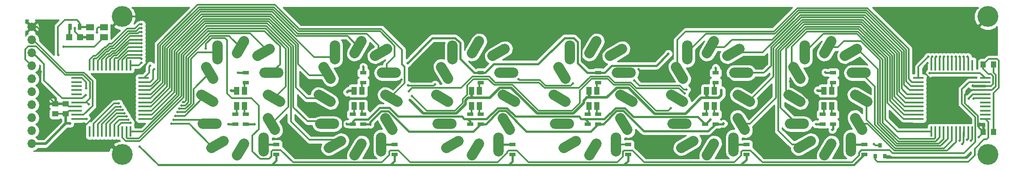
<source format=gbr>
G04 #@! TF.FileFunction,Copper,L1,Top,Signal*
%FSLAX46Y46*%
G04 Gerber Fmt 4.6, Leading zero omitted, Abs format (unit mm)*
G04 Created by KiCad (PCBNEW 4.0.2-stable) date 13/08/2017 21:16:23*
%MOMM*%
G01*
G04 APERTURE LIST*
%ADD10C,0.100000*%
%ADD11R,1.000000X1.250000*%
%ADD12R,1.250000X1.000000*%
%ADD13R,1.100000X1.500000*%
%ADD14R,1.198880X1.198880*%
%ADD15R,1.300000X0.700000*%
%ADD16R,0.700000X1.300000*%
%ADD17R,0.406400X2.000000*%
%ADD18R,2.000000X0.406400*%
%ADD19C,2.000000*%
%ADD20O,4.700000X2.000000*%
%ADD21O,2.000000X4.700000*%
%ADD22C,4.064000*%
%ADD23C,1.700000*%
%ADD24O,1.700000X1.700000*%
%ADD25R,0.797560X0.899160*%
%ADD26R,1.500000X1.300000*%
%ADD27C,0.508000*%
%ADD28C,0.304800*%
%ADD29C,0.406400*%
%ADD30C,0.508000*%
%ADD31C,0.355600*%
%ADD32C,0.254000*%
G04 APERTURE END LIST*
D10*
D11*
X245602000Y-70104000D03*
X243602000Y-70104000D03*
D12*
X62992000Y-66532000D03*
X62992000Y-64532000D03*
D11*
X243602000Y-56896000D03*
X245602000Y-56896000D03*
D12*
X65024000Y-66532000D03*
X65024000Y-64532000D03*
D13*
X99810000Y-62000000D03*
X99810000Y-65000000D03*
X98310000Y-65000000D03*
X98310000Y-62000000D03*
X122670000Y-62000000D03*
X122670000Y-65000000D03*
X121170000Y-65000000D03*
X121170000Y-62000000D03*
X145530000Y-62000000D03*
X145530000Y-65000000D03*
X144030000Y-65000000D03*
X144030000Y-62000000D03*
X168390000Y-62000000D03*
X168390000Y-65000000D03*
X166890000Y-65000000D03*
X166890000Y-62000000D03*
D14*
X65732660Y-51526440D03*
X67830700Y-51526440D03*
D13*
X191250000Y-62000000D03*
X191250000Y-65000000D03*
X189750000Y-65000000D03*
X189750000Y-62000000D03*
X214110000Y-62000000D03*
X214110000Y-65000000D03*
X212610000Y-65000000D03*
X212610000Y-62000000D03*
D15*
X100076000Y-60386000D03*
X100076000Y-58486000D03*
X100076000Y-66614000D03*
X100076000Y-68514000D03*
X98044000Y-66614000D03*
X98044000Y-68514000D03*
X106000000Y-74450000D03*
X106000000Y-72550000D03*
X129000000Y-74450000D03*
X129000000Y-72550000D03*
X152000000Y-74450000D03*
X152000000Y-72550000D03*
X174500000Y-74450000D03*
X174500000Y-72550000D03*
X197500000Y-74450000D03*
X197500000Y-72550000D03*
X220500000Y-74450000D03*
X220500000Y-72550000D03*
X122936000Y-60386000D03*
X122936000Y-58486000D03*
X122936000Y-66614000D03*
X122936000Y-68514000D03*
X120904000Y-66614000D03*
X120904000Y-68514000D03*
X145796000Y-60386000D03*
X145796000Y-58486000D03*
X145796000Y-66614000D03*
X145796000Y-68514000D03*
X143764000Y-66614000D03*
X143764000Y-68514000D03*
X168656000Y-60386000D03*
X168656000Y-58486000D03*
X168656000Y-66614000D03*
X168656000Y-68514000D03*
D16*
X65824060Y-49537620D03*
X67724060Y-49537620D03*
D15*
X166624000Y-66614000D03*
X166624000Y-68514000D03*
X191516000Y-60386000D03*
X191516000Y-58486000D03*
X191516000Y-66614000D03*
X191516000Y-68514000D03*
X189484000Y-66614000D03*
X189484000Y-68514000D03*
X214376000Y-60386000D03*
X214376000Y-58486000D03*
X214376000Y-66614000D03*
X214376000Y-68514000D03*
X212344000Y-66614000D03*
X212344000Y-68514000D03*
D17*
X73660000Y-70000000D03*
X74460100Y-70000000D03*
X75260200Y-70000000D03*
X76060300Y-70000000D03*
X76860400Y-70000000D03*
X77660500Y-70000000D03*
X72859900Y-70000000D03*
X72059800Y-70000000D03*
X71259700Y-70000000D03*
X70459600Y-70000000D03*
X69659500Y-70000000D03*
X73660000Y-57000000D03*
X74460100Y-57000000D03*
X75260200Y-57000000D03*
X76060300Y-57000000D03*
X76860400Y-57000000D03*
X77660500Y-57000000D03*
X72859900Y-57000000D03*
X72059800Y-57000000D03*
X71259700Y-57000000D03*
X70459600Y-57000000D03*
X69659500Y-57000000D03*
D18*
X80160000Y-63500000D03*
X67160000Y-63500000D03*
X80160000Y-62699900D03*
X67160000Y-62700000D03*
X67160000Y-61900000D03*
X80160000Y-61899800D03*
X80160000Y-61099700D03*
X67160000Y-61100000D03*
X67160000Y-60300000D03*
X80160000Y-60299600D03*
X80160000Y-59499500D03*
X67160000Y-59500000D03*
X67160000Y-64300000D03*
X80160000Y-64300100D03*
X80160000Y-65100200D03*
X67160000Y-65100000D03*
X67160000Y-65900000D03*
X80160000Y-65900300D03*
X80160000Y-66700400D03*
X67160000Y-66700000D03*
X67160000Y-67500000D03*
X80160000Y-67500500D03*
D17*
X237490000Y-57000000D03*
X236689900Y-57000000D03*
X235889800Y-57000000D03*
X235089700Y-57000000D03*
X234289600Y-57000000D03*
X233489500Y-57000000D03*
X238290100Y-57000000D03*
X239090200Y-57000000D03*
X239890300Y-57000000D03*
X240690400Y-57000000D03*
X241490500Y-57000000D03*
X237490000Y-70000000D03*
X236689900Y-70000000D03*
X235889800Y-70000000D03*
X235089700Y-70000000D03*
X234289600Y-70000000D03*
X233489500Y-70000000D03*
X238290100Y-70000000D03*
X239090200Y-70000000D03*
X239890300Y-70000000D03*
X240690400Y-70000000D03*
X241490500Y-70000000D03*
D18*
X230990000Y-63500000D03*
X243990000Y-63500000D03*
X230990000Y-64300100D03*
X243990000Y-64300000D03*
X243990000Y-65100000D03*
X230990000Y-65100200D03*
X230990000Y-65900300D03*
X243990000Y-65900000D03*
X243990000Y-66700000D03*
X230990000Y-66700400D03*
X230990000Y-67500500D03*
X243990000Y-67500000D03*
X243990000Y-62700000D03*
X230990000Y-62699900D03*
X230990000Y-61899800D03*
X243990000Y-61900000D03*
X243990000Y-61100000D03*
X230990000Y-61099700D03*
X230990000Y-60299600D03*
X243990000Y-60300000D03*
X243990000Y-59500000D03*
X230990000Y-59499500D03*
D19*
X105735000Y-69669134D02*
X104385000Y-67330866D01*
X93390866Y-73175000D02*
X95729134Y-71825000D01*
D20*
X93060000Y-68500000D03*
D19*
X93729134Y-64175000D02*
X91390866Y-62825000D01*
X93735000Y-59669134D02*
X92385000Y-57330866D01*
D21*
X94560000Y-54500000D03*
D19*
X98385000Y-54669134D02*
X99735000Y-52330866D01*
X102390866Y-55175000D02*
X104729134Y-53825000D01*
D20*
X105060000Y-58500000D03*
D19*
X106729134Y-64175000D02*
X104390866Y-62825000D01*
D21*
X103560000Y-72500000D03*
D19*
X98385000Y-74669134D02*
X99735000Y-72330866D01*
X151455000Y-69669134D02*
X150105000Y-67330866D01*
X139110866Y-73175000D02*
X141449134Y-71825000D01*
D20*
X138780000Y-68500000D03*
D19*
X139449134Y-64175000D02*
X137110866Y-62825000D01*
X139455000Y-59669134D02*
X138105000Y-57330866D01*
D21*
X140280000Y-54500000D03*
D19*
X144105000Y-54669134D02*
X145455000Y-52330866D01*
X148110866Y-55175000D02*
X150449134Y-53825000D01*
D20*
X150780000Y-58500000D03*
D19*
X152449134Y-64175000D02*
X150110866Y-62825000D01*
D21*
X149280000Y-72500000D03*
D19*
X144105000Y-74669134D02*
X145455000Y-72330866D01*
X174315000Y-69669134D02*
X172965000Y-67330866D01*
X161970866Y-73175000D02*
X164309134Y-71825000D01*
D20*
X161640000Y-68500000D03*
D19*
X162309134Y-64175000D02*
X159970866Y-62825000D01*
X162315000Y-59669134D02*
X160965000Y-57330866D01*
D21*
X163140000Y-54500000D03*
D19*
X166965000Y-54669134D02*
X168315000Y-52330866D01*
X170970866Y-55175000D02*
X173309134Y-53825000D01*
D20*
X173640000Y-58500000D03*
D19*
X175309134Y-64175000D02*
X172970866Y-62825000D01*
D21*
X172140000Y-72500000D03*
D19*
X166965000Y-74669134D02*
X168315000Y-72330866D01*
X197175000Y-69669134D02*
X195825000Y-67330866D01*
X184830866Y-73175000D02*
X187169134Y-71825000D01*
D20*
X184500000Y-68500000D03*
D19*
X185169134Y-64175000D02*
X182830866Y-62825000D01*
X185175000Y-59669134D02*
X183825000Y-57330866D01*
D21*
X186000000Y-54500000D03*
D19*
X189825000Y-54669134D02*
X191175000Y-52330866D01*
X193830866Y-55175000D02*
X196169134Y-53825000D01*
D20*
X196500000Y-58500000D03*
D19*
X198169134Y-64175000D02*
X195830866Y-62825000D01*
D21*
X195000000Y-72500000D03*
D19*
X189825000Y-74669134D02*
X191175000Y-72330866D01*
X220035000Y-69669134D02*
X218685000Y-67330866D01*
X207690866Y-73175000D02*
X210029134Y-71825000D01*
D20*
X207360000Y-68500000D03*
D19*
X208029134Y-64175000D02*
X205690866Y-62825000D01*
X208035000Y-59669134D02*
X206685000Y-57330866D01*
D21*
X208860000Y-54500000D03*
D19*
X212685000Y-54669134D02*
X214035000Y-52330866D01*
X216690866Y-55175000D02*
X219029134Y-53825000D01*
D20*
X219360000Y-58500000D03*
D19*
X221029134Y-64175000D02*
X218690866Y-62825000D01*
D21*
X217860000Y-72500000D03*
D19*
X212685000Y-74669134D02*
X214035000Y-72330866D01*
X128595000Y-69669134D02*
X127245000Y-67330866D01*
X116250866Y-73175000D02*
X118589134Y-71825000D01*
D20*
X115920000Y-68500000D03*
D19*
X116589134Y-64175000D02*
X114250866Y-62825000D01*
X116595000Y-59669134D02*
X115245000Y-57330866D01*
D21*
X117420000Y-54500000D03*
D19*
X121245000Y-54669134D02*
X122595000Y-52330866D01*
X125250866Y-55175000D02*
X127589134Y-53825000D01*
D20*
X127920000Y-58500000D03*
D19*
X129589134Y-64175000D02*
X127250866Y-62825000D01*
D21*
X126420000Y-72500000D03*
D19*
X121245000Y-74669134D02*
X122595000Y-72330866D01*
D22*
X244500000Y-47500000D03*
X244500000Y-74500000D03*
X76000000Y-47500000D03*
X76000000Y-74500000D03*
D23*
X58420000Y-49530000D03*
D24*
X58420000Y-52070000D03*
X58420000Y-54610000D03*
X58420000Y-57150000D03*
X58420000Y-59690000D03*
X58420000Y-62230000D03*
X58420000Y-64770000D03*
X58420000Y-67310000D03*
X58420000Y-69850000D03*
X58420000Y-72390000D03*
D25*
X222544640Y-74810620D03*
X224444560Y-74810620D03*
X223494600Y-72712580D03*
D26*
X69744600Y-49618900D03*
X72444600Y-49618900D03*
X72444600Y-51526440D03*
X69744600Y-51526440D03*
D27*
X63609220Y-55036720D03*
X192625980Y-61889640D03*
X131978400Y-63809880D03*
X119753380Y-62316360D03*
X211353400Y-61925200D03*
X241574320Y-60990480D03*
X65859660Y-68435220D03*
X97215960Y-61981080D03*
X66781680Y-49748440D03*
X62417960Y-53980080D03*
X60154820Y-58338720D03*
X240385600Y-75057000D03*
X62646560Y-69230240D03*
X64434720Y-70449440D03*
X237241080Y-64571880D03*
X232714800Y-56591200D03*
X219570300Y-56502300D03*
X205943200Y-60167520D03*
X199745600Y-60309760D03*
X193222880Y-58928000D03*
X182615840Y-59984640D03*
X176517300Y-57759600D03*
X166364920Y-56509920D03*
X134035800Y-51625500D03*
X136131300Y-53873400D03*
X132161280Y-59740800D03*
X130347720Y-59801760D03*
X114134900Y-70772020D03*
X242691920Y-71114920D03*
X71130160Y-50566320D03*
X92308680Y-53690520D03*
X64592200Y-53390800D03*
X241726720Y-63560960D03*
X185455560Y-62529720D03*
X131810760Y-62087760D03*
X68884800Y-62865000D03*
X69532500Y-64640460D03*
X131663440Y-60888880D03*
X136916160Y-60761880D03*
X153184860Y-59768740D03*
X163758880Y-60573920D03*
X175679100Y-60007500D03*
X185874660Y-61744860D03*
X240761520Y-63520320D03*
X69067680Y-67543680D03*
X96641920Y-68511420D03*
X211028280Y-68526660D03*
X190484760Y-67594480D03*
X119679720Y-68503800D03*
X101795580Y-68524120D03*
X214228680Y-69616320D03*
X193042540Y-68419980D03*
X124251720Y-68610480D03*
X98572320Y-58475880D03*
X122941080Y-57322720D03*
X191521080Y-57528460D03*
X212872320Y-58420000D03*
X182311040Y-54762400D03*
X131536440Y-56570880D03*
X79438500Y-72923400D03*
X85598000Y-68453000D03*
X75311000Y-64516000D03*
X85979000Y-67691000D03*
X75692000Y-65151000D03*
X86360000Y-66929000D03*
X76073000Y-65786000D03*
X86741000Y-66167000D03*
X76454000Y-66421000D03*
X87122000Y-65532000D03*
X76835000Y-67056000D03*
X77216000Y-67691000D03*
X87503000Y-64897000D03*
X87884000Y-64262000D03*
X77597000Y-68326000D03*
X82202020Y-57759600D03*
X79750000Y-50500000D03*
X81473040Y-57109360D03*
X79750000Y-56500000D03*
X79750000Y-55750000D03*
X79750000Y-55000000D03*
X79750000Y-54250000D03*
X79750000Y-53500000D03*
X79750000Y-52750000D03*
X79750000Y-52000000D03*
X79750000Y-51250000D03*
X235204000Y-55372000D03*
X79750000Y-49750000D03*
X79750000Y-49000000D03*
X240538000Y-55372000D03*
X239776000Y-55372000D03*
X239014000Y-55372000D03*
X238252000Y-55372000D03*
X237490000Y-55372000D03*
X236728000Y-55372000D03*
X235966000Y-55372000D03*
X234442000Y-55372000D03*
X233680000Y-55372000D03*
X232918000Y-55372000D03*
X69027040Y-61493400D03*
X132389880Y-63037720D03*
X182758080Y-65430400D03*
X233184700Y-58590180D03*
X239001300Y-71724520D03*
X239471200Y-72420480D03*
X240418620Y-71610220D03*
X241241580Y-71734680D03*
X222300800Y-72415400D03*
D28*
X67724060Y-48712160D02*
X67724060Y-49537620D01*
X67185540Y-48173640D02*
X67724060Y-48712160D01*
X64808100Y-48173640D02*
X67185540Y-48173640D01*
X63479680Y-49502060D02*
X64808100Y-48173640D01*
X63479680Y-54907180D02*
X63479680Y-49502060D01*
X63609220Y-55036720D02*
X63479680Y-54907180D01*
D29*
X67724060Y-49537620D02*
X69663320Y-49537620D01*
X69663320Y-49537620D02*
X69744600Y-49618900D01*
D30*
X58373000Y-72360000D02*
X61083980Y-72360000D01*
X61083980Y-72360000D02*
X65024000Y-68419980D01*
D31*
X245602000Y-70104000D02*
X245602000Y-62489840D01*
X244699280Y-55798720D02*
X243602000Y-56896000D01*
X246319040Y-55798720D02*
X244699280Y-55798720D01*
X246623840Y-56103520D02*
X246319040Y-55798720D01*
X246623840Y-61468000D02*
X246623840Y-56103520D01*
X245602000Y-62489840D02*
X246623840Y-61468000D01*
X243602000Y-56896000D02*
X243602000Y-57681620D01*
X245089380Y-61100000D02*
X243990000Y-61100000D01*
X245493540Y-60695840D02*
X245089380Y-61100000D01*
X245493540Y-59128660D02*
X245493540Y-60695840D01*
X245059200Y-58694320D02*
X245493540Y-59128660D01*
X244614700Y-58694320D02*
X245059200Y-58694320D01*
X243602000Y-57681620D02*
X244614700Y-58694320D01*
D30*
X192625980Y-62842140D02*
X192625980Y-61889640D01*
X192062100Y-63406020D02*
X192625980Y-62842140D01*
X190202820Y-63406020D02*
X192062100Y-63406020D01*
X172311060Y-61401960D02*
X174574200Y-61401960D01*
X170375580Y-63337440D02*
X172311060Y-61401960D01*
X167228520Y-63337440D02*
X170375580Y-63337440D01*
X188739780Y-63406020D02*
X190202820Y-63406020D01*
X185661302Y-66484498D02*
X188739780Y-63406020D01*
X179656738Y-66484498D02*
X185661302Y-66484498D01*
X174574200Y-61401960D02*
X179656738Y-66484498D01*
X149496780Y-61401960D02*
X151744680Y-61401960D01*
X147540980Y-63357760D02*
X149496780Y-61401960D01*
X144236440Y-63357760D02*
X147540980Y-63357760D01*
X166451280Y-63337440D02*
X167228520Y-63337440D01*
X165826440Y-63962280D02*
X166451280Y-63337440D01*
X165826440Y-64404240D02*
X165826440Y-63962280D01*
X163784282Y-66446398D02*
X165826440Y-64404240D01*
X156789118Y-66446398D02*
X163784282Y-66446398D01*
X151744680Y-61401960D02*
X156789118Y-66446398D01*
X143365220Y-63357760D02*
X144236440Y-63357760D01*
X142844520Y-63878460D02*
X143365220Y-63357760D01*
X142844520Y-64648080D02*
X142844520Y-63878460D01*
X141041122Y-66451478D02*
X142844520Y-64648080D01*
X134619998Y-66451478D02*
X141041122Y-66451478D01*
X131978400Y-63809880D02*
X134619998Y-66451478D01*
X144236440Y-63357760D02*
X144030000Y-63151320D01*
X121170000Y-62000000D02*
X120069740Y-62000000D01*
X120069740Y-62000000D02*
X119753380Y-62316360D01*
X211353400Y-61925200D02*
X211428200Y-62000000D01*
X211428200Y-62000000D02*
X212610000Y-62000000D01*
X241574320Y-60990480D02*
X241683840Y-61100000D01*
X241683840Y-61100000D02*
X243990000Y-61100000D01*
X189750000Y-62000000D02*
X189750000Y-62953200D01*
X189750000Y-62953200D02*
X190202820Y-63406020D01*
X166890000Y-62000000D02*
X166890000Y-62998920D01*
X166890000Y-62998920D02*
X167228520Y-63337440D01*
X144030000Y-62000000D02*
X144030000Y-63151320D01*
X144030000Y-63151320D02*
X144236440Y-63357760D01*
X98310000Y-62000000D02*
X97234880Y-62000000D01*
X65844420Y-68419980D02*
X65024000Y-68419980D01*
X65024000Y-66532000D02*
X65024000Y-68419980D01*
X65859660Y-68435220D02*
X65844420Y-68419980D01*
X97234880Y-62000000D02*
X97215960Y-61981080D01*
D28*
X62992000Y-66532000D02*
X65024000Y-66532000D01*
X67160000Y-65900000D02*
X65656000Y-65900000D01*
X65656000Y-65900000D02*
X65024000Y-66532000D01*
X69784000Y-49530000D02*
X69784000Y-49972000D01*
X76000000Y-47500000D02*
X79769240Y-47500000D01*
X66263520Y-72283320D02*
X66263520Y-72278240D01*
X66050160Y-72069960D02*
X66263520Y-72283320D01*
X66050160Y-71589900D02*
X66050160Y-72069960D01*
X70050660Y-67589400D02*
X66050160Y-71589900D01*
X70050660Y-67322700D02*
X70050660Y-67589400D01*
X80924400Y-56448960D02*
X70050660Y-67322700D01*
X80924400Y-48655160D02*
X80924400Y-56448960D01*
X79769240Y-47500000D02*
X80924400Y-48655160D01*
X67830700Y-51526440D02*
X67830700Y-51442620D01*
X67830700Y-51442620D02*
X66781680Y-50393600D01*
X66781680Y-50393600D02*
X66781680Y-49748440D01*
X58420000Y-49530000D02*
X59436000Y-49530000D01*
X60154820Y-58338720D02*
X60126880Y-58366660D01*
X60126880Y-58366660D02*
X60126880Y-61666880D01*
X60126880Y-61666880D02*
X61236480Y-62776480D01*
X62417960Y-52511960D02*
X62417960Y-53980080D01*
X59436000Y-49530000D02*
X62417960Y-52511960D01*
D29*
X67830700Y-51526440D02*
X69744600Y-51526440D01*
X224444560Y-74810620D02*
X225381820Y-74810620D01*
X225381820Y-74810620D02*
X225526600Y-74955400D01*
D28*
X240309400Y-75133200D02*
X224767140Y-75133200D01*
X240385600Y-75057000D02*
X240309400Y-75133200D01*
X224767140Y-75133200D02*
X224444560Y-74810620D01*
D31*
X76000000Y-74500000D02*
X75414400Y-74500000D01*
X75414400Y-74500000D02*
X74046080Y-73131680D01*
X61236480Y-67820160D02*
X61236480Y-62776480D01*
X62646560Y-69230240D02*
X61236480Y-67820160D01*
X67116960Y-73131680D02*
X66263520Y-72278240D01*
X66263520Y-72278240D02*
X64434720Y-70449440D01*
X74046080Y-73131680D02*
X67116960Y-73131680D01*
D28*
X237241080Y-63609220D02*
X237241080Y-64571880D01*
X232143300Y-58511440D02*
X237241080Y-63609220D01*
X232143300Y-57162700D02*
X232143300Y-58511440D01*
X232714800Y-56591200D02*
X232143300Y-57162700D01*
X217551000Y-56502300D02*
X219570300Y-56502300D01*
X215874600Y-58178700D02*
X217551000Y-56502300D01*
X215874600Y-63169800D02*
X215874600Y-58178700D01*
X215549480Y-63494920D02*
X215874600Y-63169800D01*
X209270600Y-63494920D02*
X215549480Y-63494920D01*
X205943200Y-60167520D02*
X209270600Y-63494920D01*
X194889120Y-60309760D02*
X199745600Y-60309760D01*
X194056000Y-59476640D02*
X194889120Y-60309760D01*
X193771520Y-59476640D02*
X194056000Y-59476640D01*
X193222880Y-58928000D02*
X193771520Y-59476640D01*
X178742340Y-59984640D02*
X182615840Y-59984640D01*
X176517300Y-57759600D02*
X178742340Y-59984640D01*
X165699440Y-56509920D02*
X166364920Y-56509920D01*
X165404800Y-56215280D02*
X165699440Y-56509920D01*
X165404800Y-51325780D02*
X165404800Y-56215280D01*
X162999420Y-48920400D02*
X165404800Y-51325780D01*
X136740900Y-48920400D02*
X162999420Y-48920400D01*
X134035800Y-51625500D02*
X136740900Y-48920400D01*
X136169400Y-53911500D02*
X136131300Y-53873400D01*
X136169400Y-55732680D02*
X136169400Y-53911500D01*
X132161280Y-59740800D02*
X136169400Y-55732680D01*
X129100580Y-61048900D02*
X130347720Y-59801760D01*
X125506480Y-61048900D02*
X129100580Y-61048900D01*
X124500640Y-60043060D02*
X125506480Y-61048900D01*
X124500640Y-56941720D02*
X124500640Y-60043060D01*
X123774200Y-56215280D02*
X124500640Y-56941720D01*
X121930160Y-56215280D02*
X123774200Y-56215280D01*
X118648480Y-59496960D02*
X121930160Y-56215280D01*
X118648480Y-63215520D02*
X118648480Y-59496960D01*
X118912640Y-63479680D02*
X118648480Y-63215520D01*
X118912640Y-69194680D02*
X118912640Y-63479680D01*
X117896640Y-70210680D02*
X118912640Y-69194680D01*
X114696240Y-70210680D02*
X117896640Y-70210680D01*
X114134900Y-70772020D02*
X114696240Y-70210680D01*
X243602000Y-70104000D02*
X243602000Y-70204840D01*
X243602000Y-70204840D02*
X242691920Y-71114920D01*
X61236480Y-62776480D02*
X62992000Y-64532000D01*
D31*
X243602000Y-70104000D02*
X243602000Y-70056500D01*
X243602000Y-70056500D02*
X242524282Y-68978782D01*
X242524282Y-68978782D02*
X242524282Y-66970400D01*
X242524282Y-66970400D02*
X240030000Y-64476118D01*
X240030000Y-64476118D02*
X240030000Y-62758320D01*
X240030000Y-62758320D02*
X240888320Y-61900000D01*
X240888320Y-61900000D02*
X243990000Y-61900000D01*
X245602000Y-56896000D02*
X245602000Y-58480200D01*
X245282520Y-61900000D02*
X243990000Y-61900000D01*
X246001542Y-61180978D02*
X245282520Y-61900000D01*
X246001542Y-58879742D02*
X246001542Y-61180978D01*
X245602000Y-58480200D02*
X246001542Y-58879742D01*
D28*
X62992000Y-64532000D02*
X65024000Y-64532000D01*
X67160000Y-65100000D02*
X65592000Y-65100000D01*
X65592000Y-65100000D02*
X65024000Y-64532000D01*
D31*
X99810000Y-62000000D02*
X99810000Y-60652000D01*
X99810000Y-60652000D02*
X100076000Y-60386000D01*
X99810000Y-65000000D02*
X99810000Y-66348000D01*
X99810000Y-66348000D02*
X100076000Y-66614000D01*
X98310000Y-65000000D02*
X98310000Y-66348000D01*
X98310000Y-66348000D02*
X98044000Y-66614000D01*
X122670000Y-62000000D02*
X122670000Y-60652000D01*
X122670000Y-60652000D02*
X122936000Y-60386000D01*
X122670000Y-65000000D02*
X122670000Y-66348000D01*
X122670000Y-66348000D02*
X122936000Y-66614000D01*
X121170000Y-65000000D02*
X121170000Y-66348000D01*
X121170000Y-66348000D02*
X120904000Y-66614000D01*
X145530000Y-62000000D02*
X145530000Y-60652000D01*
X145530000Y-60652000D02*
X145796000Y-60386000D01*
X145530000Y-65000000D02*
X145530000Y-66348000D01*
X145530000Y-66348000D02*
X145796000Y-66614000D01*
X144030000Y-65000000D02*
X144030000Y-66348000D01*
X144030000Y-66348000D02*
X143764000Y-66614000D01*
X168390000Y-62000000D02*
X168390000Y-60652000D01*
X168390000Y-60652000D02*
X168656000Y-60386000D01*
X168390000Y-65000000D02*
X168390000Y-66348000D01*
X168390000Y-66348000D02*
X168656000Y-66614000D01*
X166890000Y-65000000D02*
X166890000Y-66348000D01*
X166890000Y-66348000D02*
X166624000Y-66614000D01*
D29*
X65732660Y-51526440D02*
X65732660Y-49629020D01*
X65732660Y-49629020D02*
X65824060Y-49537620D01*
D31*
X191250000Y-62000000D02*
X191250000Y-60652000D01*
X191250000Y-60652000D02*
X191516000Y-60386000D01*
X191250000Y-65000000D02*
X191250000Y-66348000D01*
X191250000Y-66348000D02*
X191516000Y-66614000D01*
X189750000Y-65000000D02*
X189750000Y-66348000D01*
X189750000Y-66348000D02*
X189484000Y-66614000D01*
X214110000Y-62000000D02*
X214110000Y-60652000D01*
X214110000Y-60652000D02*
X214376000Y-60386000D01*
X214110000Y-65000000D02*
X214110000Y-66348000D01*
X214110000Y-66348000D02*
X214376000Y-66614000D01*
X212610000Y-65000000D02*
X212610000Y-66348000D01*
X212610000Y-66348000D02*
X212344000Y-66614000D01*
D28*
X72444600Y-49618900D02*
X71371460Y-49618900D01*
X71130160Y-49860200D02*
X71130160Y-50566320D01*
X71371460Y-49618900D02*
X71130160Y-49860200D01*
X96453960Y-52600860D02*
X96453960Y-52151284D01*
X105026460Y-74858880D02*
X104548940Y-75336400D01*
X104548940Y-75336400D02*
X102826820Y-75336400D01*
X102826820Y-75336400D02*
X101361240Y-73870820D01*
X101361240Y-73870820D02*
X101361240Y-70789800D01*
X101361240Y-70789800D02*
X102610920Y-69540120D01*
X102610920Y-69540120D02*
X102610920Y-64891920D01*
X102610920Y-64891920D02*
X101163120Y-63444120D01*
X101163120Y-63444120D02*
X97378520Y-63444120D01*
X97378520Y-63444120D02*
X96453960Y-62519560D01*
X96453960Y-62519560D02*
X96453960Y-52600860D01*
X239428020Y-61729620D02*
X240857640Y-60300000D01*
X243990000Y-60300000D02*
X240857640Y-60300000D01*
X242041680Y-67170300D02*
X239428020Y-64556640D01*
X242041680Y-72003920D02*
X242041680Y-67170300D01*
X239852196Y-74193404D02*
X242041680Y-72003920D01*
X225933004Y-74193404D02*
X239852196Y-74193404D01*
X225364040Y-73624440D02*
X225933004Y-74193404D01*
X219892880Y-73624440D02*
X225364040Y-73624440D01*
X219420440Y-74096880D02*
X219892880Y-73624440D01*
X219420440Y-74655680D02*
X219420440Y-74096880D01*
X218056462Y-76019658D02*
X219420440Y-74655680D01*
X200614278Y-76019658D02*
X218056462Y-76019658D01*
X198310500Y-73715880D02*
X200614278Y-76019658D01*
X196740780Y-73715880D02*
X198310500Y-73715880D01*
X196504560Y-73952100D02*
X196740780Y-73715880D01*
X196504560Y-74683620D02*
X196504560Y-73952100D01*
X195168522Y-76019658D02*
X196504560Y-74683620D01*
X177594258Y-76019658D02*
X195168522Y-76019658D01*
X175298100Y-73723500D02*
X177594258Y-76019658D01*
X173705520Y-73723500D02*
X175298100Y-73723500D01*
X173507400Y-73921620D02*
X173705520Y-73723500D01*
X173507400Y-74858880D02*
X173507400Y-73921620D01*
X172349160Y-76017120D02*
X173507400Y-74858880D01*
X155061920Y-76017120D02*
X172349160Y-76017120D01*
X152770840Y-73726040D02*
X155061920Y-76017120D01*
X151196040Y-73726040D02*
X152770840Y-73726040D01*
X150982680Y-73939400D02*
X151196040Y-73726040D01*
X150982680Y-74132440D02*
X150982680Y-73939400D01*
X149095462Y-76019658D02*
X150982680Y-74132440D01*
X132095238Y-76019658D02*
X149095462Y-76019658D01*
X129768600Y-73693020D02*
X132095238Y-76019658D01*
X128214120Y-73693020D02*
X129768600Y-73693020D01*
X128016000Y-73891140D02*
X128214120Y-73693020D01*
X128016000Y-74561700D02*
X128016000Y-73891140D01*
X126558042Y-76019658D02*
X128016000Y-74561700D01*
X109296198Y-76019658D02*
X126558042Y-76019658D01*
X106870500Y-73593960D02*
X109296198Y-76019658D01*
X105308400Y-73593960D02*
X106870500Y-73593960D01*
X105026460Y-73875900D02*
X105308400Y-73593960D01*
X105026460Y-74714100D02*
X105026460Y-73875900D01*
X239428020Y-64556640D02*
X239428020Y-61729620D01*
X105026460Y-74714100D02*
X105026460Y-74858880D01*
X92308680Y-52835962D02*
X92308680Y-53690520D01*
X93435318Y-51709324D02*
X92308680Y-52835962D01*
X96012000Y-51709324D02*
X93435318Y-51709324D01*
X96453960Y-52151284D02*
X96012000Y-51709324D01*
X68601740Y-58460638D02*
X65081300Y-58460638D01*
X70256400Y-64957960D02*
X70256400Y-60115298D01*
X70256400Y-60115298D02*
X68601740Y-58460638D01*
X65081300Y-58460638D02*
X58660662Y-52040000D01*
X58660662Y-52040000D02*
X58373000Y-52040000D01*
X67160000Y-66700000D02*
X68514360Y-66700000D01*
X68514360Y-66700000D02*
X70256400Y-64957960D01*
X64592200Y-53390800D02*
X70580240Y-53390800D01*
X70580240Y-53390800D02*
X72444600Y-51526440D01*
X65481200Y-63500000D02*
X64307720Y-63500000D01*
X67160000Y-63500000D02*
X65481200Y-63500000D01*
X60807600Y-56760600D02*
X58627000Y-54580000D01*
X60807600Y-59999880D02*
X60807600Y-56760600D01*
X64307720Y-63500000D02*
X60807600Y-59999880D01*
X67160000Y-63500000D02*
X68249800Y-63500000D01*
X241787680Y-63500000D02*
X243990000Y-63500000D01*
X241726720Y-63560960D02*
X241787680Y-63500000D01*
X184414160Y-61488320D02*
X185455560Y-62529720D01*
X176097408Y-61488320D02*
X184414160Y-61488320D01*
X174995044Y-60385956D02*
X176097408Y-61488320D01*
X171870518Y-60385956D02*
X174995044Y-60385956D01*
X170704660Y-59220098D02*
X171870518Y-60385956D01*
X167181380Y-59220098D02*
X170704660Y-59220098D01*
X164923318Y-61478160D02*
X167181380Y-59220098D01*
X158242000Y-61478160D02*
X164923318Y-61478160D01*
X157149796Y-60385956D02*
X158242000Y-61478160D01*
X148571098Y-60385956D02*
X157149796Y-60385956D01*
X147438260Y-59253118D02*
X148571098Y-60385956D01*
X144189300Y-59253118D02*
X147438260Y-59253118D01*
X141979498Y-61462920D02*
X144189300Y-59253118D01*
X132435600Y-61462920D02*
X141979498Y-61462920D01*
X131810760Y-62087760D02*
X132435600Y-61462920D01*
X68249800Y-63500000D02*
X68884800Y-62865000D01*
X65562480Y-58917840D02*
X64891920Y-58917840D01*
X68943320Y-64300000D02*
X69753480Y-63489840D01*
X69753480Y-60258960D02*
X69753480Y-63489840D01*
X68412360Y-58917840D02*
X69753480Y-60258960D01*
X65562480Y-58917840D02*
X68412360Y-58917840D01*
X57127140Y-55874140D02*
X58373000Y-57120000D01*
X57127140Y-53901340D02*
X57127140Y-55874140D01*
X57713880Y-53314600D02*
X57127140Y-53901340D01*
X59288680Y-53314600D02*
X57713880Y-53314600D01*
X64891920Y-58917840D02*
X59288680Y-53314600D01*
X69192040Y-64300000D02*
X69532500Y-64640460D01*
X131663440Y-60888880D02*
X131780278Y-61005718D01*
X131780278Y-61005718D02*
X136672322Y-61005718D01*
X136672322Y-61005718D02*
X136916160Y-60761880D01*
X153184860Y-59768740D02*
X153344874Y-59928754D01*
X153344874Y-59928754D02*
X157339176Y-59928754D01*
X157339176Y-59928754D02*
X158431380Y-61020958D01*
X158431380Y-61020958D02*
X163311842Y-61020958D01*
X163311842Y-61020958D02*
X163758880Y-60573920D01*
X175679100Y-60007500D02*
X176702718Y-61031118D01*
X176702718Y-61031118D02*
X184603540Y-61031118D01*
X184603540Y-61031118D02*
X185317282Y-61744860D01*
X185317282Y-61744860D02*
X185874660Y-61744860D01*
X68943320Y-64300000D02*
X69192040Y-64300000D01*
X241581840Y-62700000D02*
X243990000Y-62700000D01*
X240761520Y-63520320D02*
X241581840Y-62700000D01*
X68943320Y-64300000D02*
X67160000Y-64300000D01*
X69067680Y-67543680D02*
X69024000Y-67500000D01*
X69024000Y-67500000D02*
X67160000Y-67500000D01*
D29*
X98044000Y-68514000D02*
X96644500Y-68514000D01*
X96644500Y-68514000D02*
X96641920Y-68511420D01*
X143764000Y-68514000D02*
X143764000Y-68059300D01*
X143764000Y-68059300D02*
X143248380Y-67543680D01*
X166624000Y-68514000D02*
X166624000Y-68059300D01*
X166624000Y-68059300D02*
X166100760Y-67536060D01*
X189484000Y-68514000D02*
X189565240Y-68514000D01*
X189565240Y-68514000D02*
X190484760Y-67594480D01*
X211040940Y-68514000D02*
X212344000Y-68514000D01*
X211028280Y-68526660D02*
X211040940Y-68514000D01*
X187970160Y-67094100D02*
X188064100Y-67094100D01*
X120904000Y-68056760D02*
X121356120Y-67604640D01*
X121356120Y-67604640D02*
X123855480Y-67604640D01*
X123855480Y-67604640D02*
X126111000Y-65349120D01*
X126111000Y-65349120D02*
X128003626Y-65349120D01*
X128003626Y-65349120D02*
X129715586Y-67061080D01*
X129715586Y-67061080D02*
X142113000Y-67061080D01*
X142113000Y-67061080D02*
X142595600Y-67543680D01*
X142595600Y-67543680D02*
X143248380Y-67543680D01*
X143248380Y-67543680D02*
X146908520Y-67543680D01*
X146908520Y-67543680D02*
X149047202Y-65404998D01*
X149047202Y-65404998D02*
X150904264Y-65404998D01*
X150904264Y-65404998D02*
X152555266Y-67056000D01*
X152555266Y-67056000D02*
X164896800Y-67056000D01*
X164896800Y-67056000D02*
X165376860Y-67536060D01*
X165376860Y-67536060D02*
X166100760Y-67536060D01*
X166100760Y-67536060D02*
X169867254Y-67536060D01*
X169867254Y-67536060D02*
X172003396Y-65399918D01*
X172003396Y-65399918D02*
X173776964Y-65399918D01*
X173776964Y-65399918D02*
X175471146Y-67094100D01*
X175471146Y-67094100D02*
X187970160Y-67094100D01*
X120904000Y-68514000D02*
X120904000Y-68056760D01*
X188064100Y-67094100D02*
X189484000Y-68514000D01*
X119679720Y-68503800D02*
X119689920Y-68514000D01*
X119689920Y-68514000D02*
X120904000Y-68514000D01*
X100076000Y-68514000D02*
X101785460Y-68514000D01*
X101785460Y-68514000D02*
X101795580Y-68524120D01*
X191516000Y-68514000D02*
X192948520Y-68514000D01*
X214376000Y-69469000D02*
X214376000Y-68514000D01*
X214228680Y-69616320D02*
X214376000Y-69469000D01*
X192948520Y-68514000D02*
X193042540Y-68419980D01*
X168656000Y-68514000D02*
X169679580Y-68514000D01*
X190098720Y-69931280D02*
X191516000Y-68514000D01*
X177518060Y-69931280D02*
X190098720Y-69931280D01*
X173545500Y-65958720D02*
X177518060Y-69931280D01*
X172234860Y-65958720D02*
X173545500Y-65958720D01*
X169679580Y-68514000D02*
X172234860Y-65958720D01*
X145796000Y-68514000D02*
X146794180Y-68514000D01*
X167203160Y-69966840D02*
X168656000Y-68514000D01*
X154675840Y-69966840D02*
X167203160Y-69966840D01*
X150672800Y-65963800D02*
X154675840Y-69966840D01*
X149344380Y-65963800D02*
X150672800Y-65963800D01*
X146794180Y-68514000D02*
X149344380Y-65963800D01*
X124251720Y-68610480D02*
X124251720Y-68140580D01*
X144345700Y-69964300D02*
X145796000Y-68514000D01*
X131828540Y-69964300D02*
X144345700Y-69964300D01*
X127835660Y-65971420D02*
X131828540Y-69964300D01*
X126420880Y-65971420D02*
X127835660Y-65971420D01*
X124251720Y-68140580D02*
X126420880Y-65971420D01*
X124251720Y-68610480D02*
X124155240Y-68514000D01*
X122936000Y-68514000D02*
X124155240Y-68514000D01*
X100076000Y-58486000D02*
X98582440Y-58486000D01*
X98582440Y-58486000D02*
X98572320Y-58475880D01*
X122936000Y-58486000D02*
X122936000Y-57327800D01*
X122936000Y-57327800D02*
X122941080Y-57322720D01*
X191516000Y-58486000D02*
X191516000Y-57533540D01*
X191516000Y-57533540D02*
X191521080Y-57528460D01*
X168656000Y-58486000D02*
X169875240Y-58486000D01*
X212938320Y-58486000D02*
X214376000Y-58486000D01*
X212872320Y-58420000D02*
X212938320Y-58486000D01*
X179974240Y-57099200D02*
X182311040Y-54762400D01*
X171262040Y-57099200D02*
X179974240Y-57099200D01*
X169875240Y-58486000D02*
X171262040Y-57099200D01*
X145796000Y-58486000D02*
X146613920Y-58486000D01*
X166557920Y-58486000D02*
X168656000Y-58486000D01*
X164696140Y-56624220D02*
X166557920Y-58486000D01*
X164696140Y-52443380D02*
X164696140Y-56624220D01*
X163929060Y-51676300D02*
X164696140Y-52443380D01*
X162092640Y-51676300D02*
X163929060Y-51676300D01*
X156984700Y-56784240D02*
X162092640Y-51676300D01*
X148315680Y-56784240D02*
X156984700Y-56784240D01*
X146613920Y-58486000D02*
X148315680Y-56784240D01*
X131536440Y-56570880D02*
X136413240Y-51694080D01*
X136413240Y-51694080D02*
X140809980Y-51694080D01*
X140809980Y-51694080D02*
X141777720Y-52661820D01*
X141777720Y-52661820D02*
X141777720Y-55732680D01*
X141777720Y-55732680D02*
X144531040Y-58486000D01*
X144531040Y-58486000D02*
X145796000Y-58486000D01*
X105148380Y-76527660D02*
X83042760Y-76527660D01*
D28*
X83042760Y-76527660D02*
X79438500Y-72923400D01*
D29*
X129000000Y-74450000D02*
X129000000Y-75779880D01*
X129000000Y-75779880D02*
X128252220Y-76527660D01*
X197500000Y-74450000D02*
X197500000Y-75473800D01*
X197500000Y-75473800D02*
X196446140Y-76527660D01*
X174500000Y-74450000D02*
X174500000Y-75710320D01*
X174500000Y-75710320D02*
X173682660Y-76527660D01*
X152000000Y-74450000D02*
X152000000Y-75812600D01*
X152000000Y-75812600D02*
X151284940Y-76527660D01*
X106000000Y-74450000D02*
X106000000Y-75676040D01*
X106000000Y-75676040D02*
X105148380Y-76527660D01*
X218422340Y-76527660D02*
X220500000Y-74450000D01*
X105148380Y-76527660D02*
X127693420Y-76527660D01*
X127693420Y-76527660D02*
X128252220Y-76527660D01*
X128252220Y-76527660D02*
X151284940Y-76527660D01*
X151284940Y-76527660D02*
X173682660Y-76527660D01*
X173682660Y-76527660D02*
X196446140Y-76527660D01*
X196446140Y-76527660D02*
X218422340Y-76527660D01*
D28*
X77660500Y-70000000D02*
X79957942Y-70000000D01*
X87061042Y-54710180D02*
X87061042Y-54722876D01*
X87061042Y-62896900D02*
X87061042Y-54710180D01*
X79957942Y-70000000D02*
X87061042Y-62896900D01*
X92400120Y-49383798D02*
X87061042Y-54722876D01*
X87061042Y-54722876D02*
X87073738Y-54710180D01*
X105060000Y-68500000D02*
X108379260Y-65180740D01*
X108379260Y-53635758D02*
X108379260Y-65180740D01*
X104075382Y-49331880D02*
X108379260Y-53635758D01*
X92400120Y-49331880D02*
X104075382Y-49331880D01*
X92400120Y-49331880D02*
X92400120Y-49383798D01*
X85598000Y-68453000D02*
X89016840Y-68453000D01*
X70459600Y-70000000D02*
X70459600Y-68478400D01*
X74422000Y-64516000D02*
X75311000Y-64516000D01*
X70459600Y-68478400D02*
X74422000Y-64516000D01*
X89016840Y-68453000D02*
X93063840Y-72500000D01*
X93063840Y-72500000D02*
X94560000Y-72500000D01*
X92251000Y-67691000D02*
X85979000Y-67691000D01*
X71259700Y-68567300D02*
X71259700Y-70000000D01*
X74676000Y-65151000D02*
X75692000Y-65151000D01*
X71259700Y-68567300D02*
X74676000Y-65151000D01*
X92251000Y-67691000D02*
X93060000Y-68500000D01*
X86360000Y-66929000D02*
X88211660Y-66929000D01*
X72059800Y-70000000D02*
X72059800Y-68529200D01*
X72059800Y-68529200D02*
X74803000Y-65786000D01*
X76073000Y-65786000D02*
X74803000Y-65786000D01*
X88211660Y-66929000D02*
X91640660Y-63500000D01*
X91640660Y-63500000D02*
X92560000Y-63500000D01*
X89885520Y-61674480D02*
X89885520Y-64589964D01*
X93060000Y-58500000D02*
X89885520Y-61674480D01*
X72859900Y-68491100D02*
X72859900Y-70000000D01*
X74930000Y-66421000D02*
X76454000Y-66421000D01*
X72859900Y-68491100D02*
X74930000Y-66421000D01*
X88308484Y-66167000D02*
X86741000Y-66167000D01*
X89885520Y-64589964D02*
X88308484Y-66167000D01*
X87122000Y-65532000D02*
X88296902Y-65532000D01*
X94560000Y-54500000D02*
X90661000Y-54500000D01*
X90661000Y-54500000D02*
X89382600Y-55778400D01*
X73660000Y-68580000D02*
X73660000Y-70000000D01*
X75184000Y-67056000D02*
X76835000Y-67056000D01*
X73660000Y-68580000D02*
X75184000Y-67056000D01*
X89374982Y-55786018D02*
X89382600Y-55778400D01*
X89374982Y-64453920D02*
X89374982Y-55786018D01*
X88296902Y-65532000D02*
X89374982Y-64453920D01*
X92903040Y-51595020D02*
X92903040Y-51571042D01*
X88917780Y-64264540D02*
X88285320Y-64897000D01*
X88285320Y-64897000D02*
X87503000Y-64897000D01*
X74460100Y-68668900D02*
X75438000Y-67691000D01*
X75438000Y-67691000D02*
X77216000Y-67691000D01*
X74460100Y-70000000D02*
X74460100Y-68668900D01*
X88917780Y-55580280D02*
X92903040Y-51595020D01*
X97139780Y-51579780D02*
X99060000Y-53500000D01*
X88917780Y-56266080D02*
X88917780Y-55580280D01*
X88917780Y-56266080D02*
X88917780Y-64264540D01*
X96812122Y-51252122D02*
X97139780Y-51579780D01*
X93221960Y-51252122D02*
X96812122Y-51252122D01*
X92903040Y-51571042D02*
X93221960Y-51252122D01*
X87884000Y-64262000D02*
X88115140Y-64262000D01*
X75260200Y-70000000D02*
X75260200Y-68884800D01*
X75819000Y-68326000D02*
X77597000Y-68326000D01*
X75260200Y-68884800D02*
X75819000Y-68326000D01*
X88450270Y-55374540D02*
X88450270Y-55377230D01*
X88450270Y-63926870D02*
X88450270Y-55374540D01*
X88115140Y-64262000D02*
X88450270Y-63926870D01*
X93032580Y-50794920D02*
X88450270Y-55377230D01*
X88450270Y-55377230D02*
X88452960Y-55374540D01*
X93040200Y-50794920D02*
X93032580Y-50794920D01*
X103560000Y-54500000D02*
X103560000Y-53435640D01*
X103560000Y-53435640D02*
X100919280Y-50794920D01*
X100919280Y-50794920D02*
X93040200Y-50794920D01*
X93040200Y-50794920D02*
X93033698Y-50794920D01*
X87993068Y-55106874D02*
X87993068Y-63258038D01*
X92817391Y-50307240D02*
X92817391Y-50282551D01*
X87993068Y-55106874D02*
X92817391Y-50282551D01*
X76060300Y-71198740D02*
X76060300Y-70000000D01*
X76680062Y-71818502D02*
X76060300Y-71198740D01*
X79432604Y-71818502D02*
X76680062Y-71818502D01*
X87993068Y-63258038D02*
X79432604Y-71818502D01*
X106718100Y-56841900D02*
X105060000Y-58500000D01*
X106718100Y-53301900D02*
X106718100Y-56841900D01*
X103723440Y-50307240D02*
X106718100Y-53301900D01*
X92842080Y-50307240D02*
X92817391Y-50307240D01*
X92817391Y-50307240D02*
X103723440Y-50307240D01*
X87530940Y-54899560D02*
X87530940Y-58600344D01*
X92628720Y-49824640D02*
X92605860Y-49824640D01*
X92628720Y-49824640D02*
X103921560Y-49824640D01*
X103921560Y-49824640D02*
X107878880Y-53781960D01*
X107878880Y-53781960D02*
X107878880Y-61181120D01*
X105560000Y-63500000D02*
X107878880Y-61181120D01*
X92605860Y-49824640D02*
X87530940Y-54899560D01*
X76860400Y-71168260D02*
X76860400Y-70000000D01*
X77053440Y-71361300D02*
X76860400Y-71168260D01*
X79243224Y-71361300D02*
X77053440Y-71361300D01*
X87518244Y-63086280D02*
X79243224Y-71361300D01*
X87518244Y-58613040D02*
X87518244Y-63086280D01*
X87530940Y-58600344D02*
X87518244Y-58613040D01*
D29*
X103560000Y-72500000D02*
X105950000Y-72500000D01*
X105950000Y-72500000D02*
X106000000Y-72550000D01*
D28*
X81450400Y-60299600D02*
X80160000Y-60299600D01*
X82000000Y-59750000D02*
X82000000Y-58500000D01*
X81450400Y-60299600D02*
X82000000Y-59750000D01*
X82000000Y-57961620D02*
X82000000Y-58500000D01*
X82202020Y-57759600D02*
X82000000Y-57961620D01*
X86603840Y-54462680D02*
X86603840Y-62707520D01*
X117304540Y-71615580D02*
X112438460Y-71615580D01*
X108851700Y-68028820D02*
X112438460Y-71615580D01*
X108851700Y-53454300D02*
X108851700Y-68028820D01*
X104249220Y-48851820D02*
X108851700Y-53454300D01*
X92214700Y-48851820D02*
X104249220Y-48851820D01*
X86603840Y-54462680D02*
X92214700Y-48851820D01*
X81810860Y-67500500D02*
X80160000Y-67500500D01*
X86603840Y-62707520D02*
X81810860Y-67500500D01*
X86146638Y-54273300D02*
X86146638Y-62298582D01*
X115420520Y-67998340D02*
X112080042Y-67998340D01*
X92025320Y-48394618D02*
X86146638Y-54273300D01*
X104439718Y-48394618D02*
X92025320Y-48394618D01*
X109313980Y-53268880D02*
X104439718Y-48394618D01*
X109313980Y-65232278D02*
X109313980Y-53268880D01*
X112080042Y-67998340D02*
X109313980Y-65232278D01*
X81744820Y-66700400D02*
X80160000Y-66700400D01*
X86146638Y-62298582D02*
X81744820Y-66700400D01*
X85689436Y-54083920D02*
X85689436Y-61945524D01*
X85689436Y-54083920D02*
X91835940Y-47937416D01*
X91835940Y-47937416D02*
X104629098Y-47937416D01*
X104629098Y-47937416D02*
X109771182Y-53079500D01*
X109771182Y-53079500D02*
X109771182Y-61351162D01*
X109771182Y-61351162D02*
X111920020Y-63500000D01*
X114793520Y-63500000D02*
X111920020Y-63500000D01*
X81734660Y-65900300D02*
X80160000Y-65900300D01*
X85689436Y-61945524D02*
X81734660Y-65900300D01*
X85232234Y-53894540D02*
X85232234Y-61452766D01*
X115420520Y-59001660D02*
X112455964Y-59001660D01*
X91646560Y-47480214D02*
X85232234Y-53894540D01*
X104818478Y-47480214D02*
X91646560Y-47480214D01*
X110228384Y-52890120D02*
X104818478Y-47480214D01*
X110228384Y-56774080D02*
X110228384Y-52890120D01*
X112455964Y-59001660D02*
X110228384Y-56774080D01*
X81584800Y-65100200D02*
X80160000Y-65100200D01*
X85232234Y-61452766D02*
X81584800Y-65100200D01*
X84775032Y-53705160D02*
X84775032Y-61183528D01*
X117304540Y-55384420D02*
X113369266Y-55384420D01*
X105007858Y-47023012D02*
X113369266Y-55384420D01*
X91457180Y-47023012D02*
X105007858Y-47023012D01*
X84775032Y-53705160D02*
X91457180Y-47023012D01*
X81658460Y-64300100D02*
X80160000Y-64300100D01*
X84775032Y-61183528D02*
X81658460Y-64300100D01*
X121920000Y-53500000D02*
X121920000Y-53370480D01*
X121920000Y-53370480D02*
X119837202Y-51287682D01*
X119837202Y-51287682D02*
X109919110Y-51287682D01*
X109919110Y-51287682D02*
X105197238Y-46565810D01*
X84317830Y-53515780D02*
X84317830Y-60706010D01*
X84317830Y-53515780D02*
X91267800Y-46565810D01*
X91267800Y-46565810D02*
X105197238Y-46565810D01*
X81523840Y-63500000D02*
X80160000Y-63500000D01*
X84317830Y-60706010D02*
X81523840Y-63500000D01*
X125900460Y-55384420D02*
X125900460Y-53124380D01*
X81605120Y-62699900D02*
X80160000Y-62699900D01*
X83860628Y-60444392D02*
X81605120Y-62699900D01*
X83860628Y-53326400D02*
X83860628Y-60444392D01*
X91078420Y-46108608D02*
X83860628Y-53326400D01*
X105386618Y-46108608D02*
X91078420Y-46108608D01*
X110108490Y-50830480D02*
X105386618Y-46108608D01*
X123606560Y-50830480D02*
X110108490Y-50830480D01*
X125900460Y-53124380D02*
X123606560Y-50830480D01*
X125171198Y-50373278D02*
X126245618Y-50373278D01*
X127466980Y-56815100D02*
X128645920Y-55636160D01*
X125171198Y-50373278D02*
X110297870Y-50373278D01*
X110297870Y-50373278D02*
X105575998Y-45651406D01*
X105575998Y-45651406D02*
X90889040Y-45651406D01*
X90889040Y-45651406D02*
X83403426Y-53137020D01*
X83403426Y-53137020D02*
X83403426Y-59971954D01*
X83403426Y-59971954D02*
X81475580Y-61899800D01*
X80160000Y-61899800D02*
X81475580Y-61899800D01*
X127466980Y-56815100D02*
X127466980Y-59001660D01*
X129057400Y-55224680D02*
X128645920Y-55636160D01*
X129057400Y-53185060D02*
X129057400Y-55224680D01*
X126245618Y-50373278D02*
X129057400Y-53185060D01*
X130479800Y-55008780D02*
X130479800Y-56824880D01*
X130479800Y-53960878D02*
X126434998Y-49916076D01*
X126434998Y-49916076D02*
X125387096Y-49916076D01*
X128093980Y-63406780D02*
X130479800Y-61020960D01*
X125387096Y-49916076D02*
X110487250Y-49916076D01*
X110487250Y-49916076D02*
X105765378Y-45194204D01*
X105765378Y-45194204D02*
X90699660Y-45194204D01*
X90699660Y-45194204D02*
X82946224Y-52947640D01*
X82946224Y-52947640D02*
X82946224Y-59768756D01*
X82946224Y-59768756D02*
X81615280Y-61099700D01*
X81615280Y-61099700D02*
X80160000Y-61099700D01*
X130479800Y-55008780D02*
X130479800Y-53960878D01*
X130957320Y-60543440D02*
X130479800Y-61020960D01*
X130957320Y-57302400D02*
X130957320Y-60543440D01*
X130479800Y-56824880D02*
X130957320Y-57302400D01*
X128093980Y-63500000D02*
X128093980Y-63406780D01*
D29*
X126420000Y-72500000D02*
X128950000Y-72500000D01*
X128950000Y-72500000D02*
X129000000Y-72550000D01*
D28*
X128950000Y-72500000D02*
X129000000Y-72550000D01*
X128450000Y-72500000D02*
X128500000Y-72550000D01*
X71259700Y-57000000D02*
X71259700Y-56087976D01*
X71259700Y-56087976D02*
X72993661Y-54354015D01*
X72993661Y-54354015D02*
X73253859Y-54354015D01*
X73253859Y-54354015D02*
X73854725Y-53753149D01*
X73854725Y-53753149D02*
X74384977Y-53753149D01*
X74384977Y-53753149D02*
X77345328Y-50792798D01*
X77345328Y-50792798D02*
X79044382Y-50792798D01*
X79044382Y-50792798D02*
X79337180Y-50500000D01*
X79337180Y-50500000D02*
X79750000Y-50500000D01*
X81250000Y-58500000D02*
X81250000Y-57332400D01*
X81250000Y-58500000D02*
X80250500Y-59499500D01*
X81250000Y-57332400D02*
X81473040Y-57109360D01*
X80160000Y-59499500D02*
X80250500Y-59499500D01*
X79250000Y-57000000D02*
X79750000Y-56500000D01*
X79250000Y-57000000D02*
X77660500Y-57000000D01*
X76860400Y-57000000D02*
X76860400Y-55803800D01*
X79633620Y-55633620D02*
X79750000Y-55750000D01*
X77030580Y-55633620D02*
X79633620Y-55633620D01*
X76860400Y-55803800D02*
X77030580Y-55633620D01*
X79750000Y-55000000D02*
X77017618Y-55000000D01*
X76060300Y-55957318D02*
X76060300Y-57000000D01*
X77017618Y-55000000D02*
X76060300Y-55957318D01*
X79750000Y-54250000D02*
X77121036Y-54250000D01*
X77121036Y-54250000D02*
X75260200Y-56110836D01*
X75260200Y-56110836D02*
X75260200Y-57000000D01*
X74460100Y-57000000D02*
X74460100Y-55758080D01*
X77224454Y-53500000D02*
X79750000Y-53500000D01*
X75142497Y-55581957D02*
X77224454Y-53500000D01*
X74636223Y-55581957D02*
X75142497Y-55581957D01*
X74460100Y-55758080D02*
X74636223Y-55581957D01*
X79750000Y-52750000D02*
X77327872Y-52750000D01*
X73660000Y-55887620D02*
X73660000Y-57000000D01*
X74422865Y-55124755D02*
X73660000Y-55887620D01*
X74953117Y-55124755D02*
X74422865Y-55124755D01*
X77327872Y-52750000D02*
X74953117Y-55124755D01*
X72859900Y-57000000D02*
X72859900Y-55780940D01*
X77431290Y-52000000D02*
X79750000Y-52000000D01*
X74763737Y-54667553D02*
X77431290Y-52000000D01*
X74233485Y-54667553D02*
X74763737Y-54667553D01*
X73632619Y-55268419D02*
X74233485Y-54667553D01*
X73372421Y-55268419D02*
X73632619Y-55268419D01*
X72859900Y-55780940D02*
X73372421Y-55268419D01*
X79750000Y-51250000D02*
X77534708Y-51250000D01*
X72059800Y-55934458D02*
X72059800Y-57000000D01*
X73183041Y-54811217D02*
X72059800Y-55934458D01*
X73443239Y-54811217D02*
X73183041Y-54811217D01*
X74044105Y-54210351D02*
X73443239Y-54811217D01*
X74574357Y-54210351D02*
X74044105Y-54210351D01*
X77534708Y-51250000D02*
X74574357Y-54210351D01*
D29*
X149280000Y-72500000D02*
X151950000Y-72500000D01*
X151950000Y-72500000D02*
X152000000Y-72550000D01*
D28*
X235089700Y-55486300D02*
X235089700Y-57000000D01*
X235089700Y-55486300D02*
X235204000Y-55372000D01*
X79750000Y-49750000D02*
X79330676Y-49750000D01*
X70459600Y-55778400D02*
X70459600Y-57000000D01*
X70586600Y-55651400D02*
X70459600Y-55778400D01*
X71049694Y-55651400D02*
X70586600Y-55651400D01*
X72804281Y-53896813D02*
X71049694Y-55651400D01*
X73064479Y-53896813D02*
X72804281Y-53896813D01*
X73665345Y-53295947D02*
X73064479Y-53896813D01*
X74195597Y-53295947D02*
X73665345Y-53295947D01*
X77155948Y-50335596D02*
X74195597Y-53295947D01*
X78745080Y-50335596D02*
X77155948Y-50335596D01*
X79330676Y-49750000D02*
X78745080Y-50335596D01*
X69659500Y-57000000D02*
X69659500Y-55931918D01*
X79315720Y-49000000D02*
X79750000Y-49000000D01*
X78437326Y-49878394D02*
X79315720Y-49000000D01*
X76966568Y-49878394D02*
X78437326Y-49878394D01*
X74006217Y-52838745D02*
X76966568Y-49878394D01*
X73475965Y-52838745D02*
X74006217Y-52838745D01*
X72875099Y-53439611D02*
X73475965Y-52838745D01*
X72614901Y-53439611D02*
X72875099Y-53439611D01*
X70860314Y-55194198D02*
X72614901Y-53439611D01*
X70397220Y-55194198D02*
X70860314Y-55194198D01*
X69659500Y-55931918D02*
X70397220Y-55194198D01*
X240690400Y-55524400D02*
X240538000Y-55372000D01*
X240690400Y-57000000D02*
X240690400Y-55524400D01*
X239890300Y-55486300D02*
X239890300Y-57000000D01*
X239890300Y-55486300D02*
X239776000Y-55372000D01*
X239090200Y-55448200D02*
X239090200Y-57000000D01*
X239090200Y-55448200D02*
X239014000Y-55372000D01*
X238290100Y-55410100D02*
X238290100Y-57000000D01*
X238290100Y-55410100D02*
X238252000Y-55372000D01*
X237490000Y-55372000D02*
X237490000Y-57000000D01*
X236689900Y-55410100D02*
X236689900Y-57000000D01*
X236689900Y-55410100D02*
X236728000Y-55372000D01*
X235889800Y-55448200D02*
X235966000Y-55372000D01*
X235889800Y-57000000D02*
X235889800Y-55448200D01*
D31*
X172140000Y-72500000D02*
X174450000Y-72500000D01*
X174450000Y-72500000D02*
X174500000Y-72550000D01*
D28*
X230990000Y-65100200D02*
X228290120Y-65100200D01*
X198161900Y-68500000D02*
X196500000Y-68500000D01*
X203243176Y-63418724D02*
X198161900Y-68500000D01*
X203243176Y-53872796D02*
X203243176Y-63418724D01*
X208546102Y-48569870D02*
X203243176Y-53872796D01*
X219949662Y-48569870D02*
X208546102Y-48569870D01*
X226334330Y-54954538D02*
X219949662Y-48569870D01*
X226334330Y-63144410D02*
X226334330Y-54954538D01*
X228290120Y-65100200D02*
X226334330Y-63144410D01*
X234289600Y-55524400D02*
X234289600Y-57000000D01*
X234289600Y-55524400D02*
X234442000Y-55372000D01*
X233489500Y-55562500D02*
X233680000Y-55372000D01*
X233489500Y-57000000D02*
X233489500Y-55562500D01*
X230990000Y-57300000D02*
X230990000Y-59499500D01*
X230990000Y-57300000D02*
X232918000Y-55372000D01*
X184500000Y-58500000D02*
X184500000Y-56898020D01*
X184500000Y-56898020D02*
X184012840Y-56410860D01*
X184012840Y-56410860D02*
X184012840Y-52080160D01*
X184012840Y-52080160D02*
X185696862Y-50396138D01*
X185696862Y-50396138D02*
X202840342Y-50396138D01*
X202840342Y-50396138D02*
X207409822Y-45826658D01*
X207409822Y-45826658D02*
X221085942Y-45826658D01*
X221085942Y-45826658D02*
X229077542Y-53818258D01*
X229077542Y-53818258D02*
X229077542Y-59662082D01*
X229077542Y-59662082D02*
X229715060Y-60299600D01*
X229715060Y-60299600D02*
X230990000Y-60299600D01*
X230990000Y-61099700D02*
X229547420Y-61099700D01*
X189646660Y-50853340D02*
X186000000Y-54500000D01*
X203029722Y-50853340D02*
X189646660Y-50853340D01*
X207599202Y-46283860D02*
X203029722Y-50853340D01*
X220896562Y-46283860D02*
X207599202Y-46283860D01*
X228620340Y-54007638D02*
X220896562Y-46283860D01*
X228620340Y-60172620D02*
X228620340Y-54007638D01*
X229547420Y-61099700D02*
X228620340Y-60172620D01*
X190500000Y-53500000D02*
X193235600Y-53500000D01*
X229247700Y-61899800D02*
X230990000Y-61899800D01*
X228163138Y-60815238D02*
X229247700Y-61899800D01*
X228163138Y-54197018D02*
X228163138Y-60815238D01*
X220707182Y-46741062D02*
X228163138Y-54197018D01*
X207788582Y-46741062D02*
X220707182Y-46741062D01*
X202485044Y-52044600D02*
X207788582Y-46741062D01*
X194691000Y-52044600D02*
X202485044Y-52044600D01*
X193235600Y-53500000D02*
X194691000Y-52044600D01*
X230990000Y-62699900D02*
X228798136Y-62699900D01*
X200676226Y-54500000D02*
X195000000Y-54500000D01*
X207977962Y-47198264D02*
X200676226Y-54500000D01*
X220517802Y-47198264D02*
X207977962Y-47198264D01*
X227705936Y-54386398D02*
X220517802Y-47198264D01*
X227705936Y-61607700D02*
X227705936Y-54386398D01*
X228798136Y-62699900D02*
X227705936Y-61607700D01*
X196500000Y-58500000D02*
X200915280Y-58500000D01*
X228518720Y-63500000D02*
X230990000Y-63500000D01*
X227248734Y-62230014D02*
X228518720Y-63500000D01*
X227248734Y-54575778D02*
X227248734Y-62230014D01*
X220328422Y-47655466D02*
X227248734Y-54575778D01*
X208167342Y-47655466D02*
X220328422Y-47655466D01*
X202328772Y-53494036D02*
X208167342Y-47655466D01*
X202328772Y-57086508D02*
X202328772Y-53494036D01*
X200915280Y-58500000D02*
X202328772Y-57086508D01*
X230990000Y-64300100D02*
X228404420Y-64300100D01*
X202785974Y-59258206D02*
X198544180Y-63500000D01*
X202785974Y-53683416D02*
X202785974Y-59258206D01*
X208356722Y-48112668D02*
X202785974Y-53683416D01*
X220139042Y-48112668D02*
X208356722Y-48112668D01*
X226791532Y-54765158D02*
X220139042Y-48112668D01*
X226791532Y-62687212D02*
X226791532Y-54765158D01*
X228404420Y-64300100D02*
X226791532Y-62687212D01*
X198544180Y-63500000D02*
X197000000Y-63500000D01*
D29*
X195000000Y-72500000D02*
X197450000Y-72500000D01*
X197450000Y-72500000D02*
X197500000Y-72550000D01*
D28*
X238290100Y-70000000D02*
X238290100Y-72031860D01*
X221052400Y-68500000D02*
X219360000Y-68500000D01*
X226288602Y-73736202D02*
X221052400Y-68500000D01*
X236585758Y-73736202D02*
X226288602Y-73736202D01*
X238290100Y-72031860D02*
X236585758Y-73736202D01*
X230990000Y-65900300D02*
X228213920Y-65900300D01*
X206383400Y-72500000D02*
X208860000Y-72500000D01*
X203700378Y-69816978D02*
X206383400Y-72500000D01*
X203700378Y-54062176D02*
X203700378Y-69816978D01*
X208735482Y-49027072D02*
X203700378Y-54062176D01*
X219760282Y-49027072D02*
X208735482Y-49027072D01*
X225877128Y-55143918D02*
X219760282Y-49027072D01*
X225877128Y-63563508D02*
X225877128Y-55143918D01*
X228213920Y-65900300D02*
X225877128Y-63563508D01*
X230990000Y-66700400D02*
X228137720Y-66700400D01*
X204157580Y-65297580D02*
X207360000Y-68500000D01*
X204157580Y-54251556D02*
X204157580Y-65297580D01*
X208924862Y-49484274D02*
X204157580Y-54251556D01*
X219570902Y-49484274D02*
X208924862Y-49484274D01*
X225419926Y-55333298D02*
X219570902Y-49484274D01*
X225419926Y-63982606D02*
X225419926Y-55333298D01*
X228137720Y-66700400D02*
X225419926Y-63982606D01*
X230990000Y-67500500D02*
X228069140Y-67500500D01*
X205219300Y-61859300D02*
X206860000Y-63500000D01*
X205219300Y-53836418D02*
X205219300Y-61859300D01*
X209114242Y-49941476D02*
X205219300Y-53836418D01*
X219381522Y-49941476D02*
X209114242Y-49941476D01*
X224962724Y-55522678D02*
X219381522Y-49941476D01*
X224962724Y-64394084D02*
X224962724Y-55522678D01*
X228069140Y-67500500D02*
X224962724Y-64394084D01*
X233489500Y-70000000D02*
X226911040Y-70000000D01*
X206308960Y-53393340D02*
X206308960Y-57448960D01*
X209303622Y-50398678D02*
X206308960Y-53393340D01*
X219192142Y-50398678D02*
X209303622Y-50398678D01*
X224505522Y-55712058D02*
X219192142Y-50398678D01*
X224505522Y-67594482D02*
X224505522Y-55712058D01*
X226911040Y-70000000D02*
X224505522Y-67594482D01*
X206308960Y-57448960D02*
X207360000Y-58500000D01*
X234289600Y-70000000D02*
X234289600Y-71241920D01*
X212504120Y-50855880D02*
X208860000Y-54500000D01*
X219002762Y-50855880D02*
X212504120Y-50855880D01*
X224048320Y-55901438D02*
X219002762Y-50855880D01*
X224048320Y-68263010D02*
X224048320Y-55901438D01*
X227222810Y-71437500D02*
X224048320Y-68263010D01*
X234094020Y-71437500D02*
X227222810Y-71437500D01*
X234289600Y-71241920D02*
X234094020Y-71437500D01*
X235089700Y-70000000D02*
X235089700Y-71125080D01*
X215254860Y-53500000D02*
X216451180Y-52303680D01*
X216451180Y-52303680D02*
X219803980Y-52303680D01*
X219803980Y-52303680D02*
X223525080Y-56024780D01*
X223525080Y-56024780D02*
X223525080Y-68386352D01*
X215254860Y-53500000D02*
X213360000Y-53500000D01*
X227033430Y-71894702D02*
X223525080Y-68386352D01*
X234320078Y-71894702D02*
X227033430Y-71894702D01*
X235089700Y-71125080D02*
X234320078Y-71894702D01*
X235836460Y-70053340D02*
X235836460Y-71485760D01*
X223047560Y-68555414D02*
X223047560Y-57782460D01*
X223047560Y-57782460D02*
X219765100Y-54500000D01*
X226844050Y-72351904D02*
X223047560Y-68555414D01*
X234970316Y-72351904D02*
X226844050Y-72351904D01*
X235836460Y-71485760D02*
X234970316Y-72351904D01*
X235836460Y-70053340D02*
X235889800Y-70000000D01*
X219765100Y-54500000D02*
X217860000Y-54500000D01*
X236689900Y-70000000D02*
X236689900Y-71417180D01*
X222504000Y-61178440D02*
X222504000Y-68658436D01*
X222504000Y-61178440D02*
X219825560Y-58500000D01*
X226654670Y-72809106D02*
X222504000Y-68658436D01*
X235297974Y-72809106D02*
X226654670Y-72809106D01*
X236689900Y-71417180D02*
X235297974Y-72809106D01*
X219360000Y-58500000D02*
X219825560Y-58500000D01*
X237490000Y-70000000D02*
X237490000Y-71727060D01*
X220863160Y-67664178D02*
X220863160Y-63972440D01*
X226477982Y-73279000D02*
X220863160Y-67664178D01*
X235938060Y-73279000D02*
X226477982Y-73279000D01*
X237490000Y-71727060D02*
X235938060Y-73279000D01*
X219860000Y-63500000D02*
X220390720Y-63500000D01*
X220390720Y-63500000D02*
X220863160Y-63972440D01*
D29*
X217860000Y-72500000D02*
X220450000Y-72500000D01*
X220450000Y-72500000D02*
X220500000Y-72550000D01*
D28*
X67160000Y-59500000D02*
X68153780Y-59500000D01*
X68153780Y-59500000D02*
X69027040Y-60373260D01*
X69027040Y-60373260D02*
X69027040Y-61493400D01*
X132389880Y-63037720D02*
X135244836Y-65892676D01*
X135244836Y-65892676D02*
X140809658Y-65892676D01*
X140809658Y-65892676D02*
X142285718Y-64416616D01*
X142285718Y-64416616D02*
X142285718Y-63646996D01*
X142285718Y-63646996D02*
X143144240Y-62788474D01*
X143144240Y-62788474D02*
X143144240Y-60944760D01*
X143144240Y-60944760D02*
X144378680Y-59710320D01*
X144378680Y-59710320D02*
X147248880Y-59710320D01*
X147248880Y-59710320D02*
X148381718Y-60843158D01*
X148381718Y-60843158D02*
X151976144Y-60843158D01*
X151976144Y-60843158D02*
X157020582Y-65887596D01*
X157020582Y-65887596D02*
X163552818Y-65887596D01*
X163552818Y-65887596D02*
X165061900Y-64378514D01*
X165061900Y-64378514D02*
X165061900Y-61986160D01*
X165061900Y-61986160D02*
X167370760Y-59677300D01*
X167370760Y-59677300D02*
X170515280Y-59677300D01*
X170515280Y-59677300D02*
X171681138Y-60843158D01*
X171681138Y-60843158D02*
X174805664Y-60843158D01*
X174805664Y-60843158D02*
X179888202Y-65925696D01*
X179888202Y-65925696D02*
X182262784Y-65925696D01*
X182262784Y-65925696D02*
X182758080Y-65430400D01*
X233184700Y-58590180D02*
X233240580Y-58534300D01*
X233240580Y-58534300D02*
X243024300Y-58534300D01*
X243024300Y-58534300D02*
X243990000Y-59500000D01*
X239090200Y-71635620D02*
X239001300Y-71724520D01*
X239090200Y-70000000D02*
X239090200Y-71635620D01*
X239471200Y-72420480D02*
X239791240Y-72100440D01*
X239791240Y-72100440D02*
X239791240Y-70099060D01*
X239791240Y-70099060D02*
X239890300Y-70000000D01*
X240690400Y-70000000D02*
X240690400Y-71409560D01*
X240489740Y-71610220D02*
X240418620Y-71610220D01*
X240690400Y-71409560D02*
X240489740Y-71610220D01*
X241490500Y-71485760D02*
X241241580Y-71734680D01*
X241490500Y-71485760D02*
X241490500Y-70000000D01*
X222300800Y-72415400D02*
X222597980Y-72712580D01*
X222597980Y-72712580D02*
X223494600Y-72712580D01*
X239268000Y-75946000D02*
X240690400Y-75946000D01*
X243738400Y-71501000D02*
X244246400Y-71501000D01*
X244246400Y-71501000D02*
X244576600Y-71170800D01*
X244576600Y-71170800D02*
X244576600Y-68086600D01*
X244576600Y-68086600D02*
X243990000Y-67500000D01*
X242900200Y-72339200D02*
X243738400Y-71501000D01*
X242900200Y-72466200D02*
X242900200Y-72339200D01*
X241985800Y-73380600D02*
X242900200Y-72466200D01*
X241985800Y-74650600D02*
X241985800Y-73380600D01*
X240690400Y-75946000D02*
X241985800Y-74650600D01*
X222544640Y-74810620D02*
X222544640Y-75504040D01*
X222986600Y-75946000D02*
X239268000Y-75946000D01*
X239268000Y-75946000D02*
X239293400Y-75946000D01*
X222544640Y-75504040D02*
X222986600Y-75946000D01*
D32*
G36*
X188379809Y-53902279D02*
X188174748Y-54506368D01*
X188216471Y-55142948D01*
X188498628Y-55715104D01*
X188978260Y-56135730D01*
X189582349Y-56340791D01*
X190218929Y-56299068D01*
X190791085Y-56016911D01*
X191211711Y-55537279D01*
X191933329Y-54287400D01*
X192444384Y-54287400D01*
X192200932Y-54781071D01*
X192159209Y-55417651D01*
X192364270Y-56021740D01*
X192784896Y-56501372D01*
X193357052Y-56783529D01*
X193993632Y-56825252D01*
X194597721Y-56620191D01*
X196906183Y-55287400D01*
X200676226Y-55287400D01*
X200977551Y-55227463D01*
X201233002Y-55056776D01*
X201541372Y-54748406D01*
X201541372Y-56760356D01*
X200589128Y-57712600D01*
X199310970Y-57712600D01*
X199064600Y-57343880D01*
X198534167Y-56989457D01*
X197908480Y-56865000D01*
X195091520Y-56865000D01*
X194465833Y-56989457D01*
X193935400Y-57343880D01*
X193580977Y-57874313D01*
X193456520Y-58500000D01*
X193580977Y-59125687D01*
X193935400Y-59656120D01*
X194465833Y-60010543D01*
X195091520Y-60135000D01*
X197908480Y-60135000D01*
X198534167Y-60010543D01*
X199064600Y-59656120D01*
X199310970Y-59287400D01*
X200915280Y-59287400D01*
X201216605Y-59227463D01*
X201472056Y-59056776D01*
X201998574Y-58530258D01*
X201998574Y-58932054D01*
X198469910Y-62460718D01*
X196597721Y-61379809D01*
X195993632Y-61174748D01*
X195357052Y-61216471D01*
X194784896Y-61498628D01*
X194364270Y-61978260D01*
X194159209Y-62582349D01*
X194200932Y-63218929D01*
X194483089Y-63791085D01*
X194962721Y-64211711D01*
X197402279Y-65620191D01*
X198006368Y-65825252D01*
X198642948Y-65783529D01*
X199215104Y-65501372D01*
X199635730Y-65021740D01*
X199840791Y-64417651D01*
X199799068Y-63781071D01*
X199659558Y-63498174D01*
X202455776Y-60701956D01*
X202455776Y-63092572D01*
X197897612Y-67650736D01*
X197211711Y-66462721D01*
X196791085Y-65983089D01*
X196218929Y-65700932D01*
X195582349Y-65659209D01*
X194978260Y-65864270D01*
X194498628Y-66284896D01*
X194216471Y-66857052D01*
X194174748Y-67493632D01*
X194379809Y-68097721D01*
X195185630Y-69493444D01*
X195000000Y-69456520D01*
X194374313Y-69580977D01*
X193843880Y-69935400D01*
X193489457Y-70465833D01*
X193365000Y-71091520D01*
X193365000Y-73908480D01*
X193489457Y-74534167D01*
X193843880Y-75064600D01*
X194094799Y-75232258D01*
X191387815Y-75232258D01*
X192620191Y-73097721D01*
X192825252Y-72493632D01*
X192783529Y-71857052D01*
X192501372Y-71284896D01*
X192021740Y-70864270D01*
X191417651Y-70659209D01*
X190781071Y-70700932D01*
X190208915Y-70983089D01*
X189788288Y-71462721D01*
X188379809Y-73902279D01*
X188174748Y-74506368D01*
X188216471Y-75142948D01*
X188260514Y-75232258D01*
X177920410Y-75232258D01*
X175854876Y-73166724D01*
X175756710Y-73101131D01*
X175797440Y-72900000D01*
X175797440Y-72200000D01*
X175753162Y-71964683D01*
X175614090Y-71748559D01*
X175401890Y-71603569D01*
X175150000Y-71552560D01*
X173850000Y-71552560D01*
X173775000Y-71566672D01*
X173775000Y-71227034D01*
X173921071Y-71299068D01*
X174557651Y-71340791D01*
X175161740Y-71135730D01*
X175641372Y-70715104D01*
X175923529Y-70142948D01*
X175961715Y-69560329D01*
X176925363Y-70523977D01*
X177197294Y-70705676D01*
X177518060Y-70769480D01*
X185727349Y-70769480D01*
X183962721Y-71788289D01*
X183483089Y-72208915D01*
X183200932Y-72781071D01*
X183159209Y-73417651D01*
X183364270Y-74021740D01*
X183784896Y-74501372D01*
X184357052Y-74783529D01*
X184993632Y-74825252D01*
X185597721Y-74620191D01*
X188037279Y-73211712D01*
X188516911Y-72791085D01*
X188799068Y-72218929D01*
X188840791Y-71582349D01*
X188635730Y-70978260D01*
X188452635Y-70769480D01*
X190098720Y-70769480D01*
X190419486Y-70705676D01*
X190691417Y-70523977D01*
X191703954Y-69511440D01*
X192166000Y-69511440D01*
X192401317Y-69467162D01*
X192579973Y-69352200D01*
X192948520Y-69352200D01*
X193165262Y-69309088D01*
X193218597Y-69309134D01*
X193268323Y-69288587D01*
X193269286Y-69288396D01*
X193270095Y-69287856D01*
X193545460Y-69174077D01*
X193795758Y-68924216D01*
X193931386Y-68597589D01*
X193931694Y-68243923D01*
X193796637Y-67917060D01*
X193546776Y-67666762D01*
X193220149Y-67531134D01*
X192866483Y-67530826D01*
X192553428Y-67660178D01*
X192417890Y-67567569D01*
X192404803Y-67564919D01*
X192617441Y-67428090D01*
X192762431Y-67215890D01*
X192813440Y-66964000D01*
X192813440Y-66264000D01*
X192769162Y-66028683D01*
X192630090Y-65812559D01*
X192447440Y-65687760D01*
X192447440Y-64250000D01*
X192438613Y-64203089D01*
X192690718Y-64034638D01*
X193254598Y-63470758D01*
X193291411Y-63415664D01*
X193447309Y-63182346D01*
X193514980Y-62842140D01*
X193514980Y-61890416D01*
X193515134Y-61713583D01*
X193380077Y-61386720D01*
X193130216Y-61136422D01*
X192803589Y-61000794D01*
X192753644Y-61000751D01*
X192762431Y-60987890D01*
X192813440Y-60736000D01*
X192813440Y-60036000D01*
X192769162Y-59800683D01*
X192630090Y-59584559D01*
X192417890Y-59439569D01*
X192404803Y-59436919D01*
X192617441Y-59300090D01*
X192762431Y-59087890D01*
X192813440Y-58836000D01*
X192813440Y-58136000D01*
X192769162Y-57900683D01*
X192630090Y-57684559D01*
X192417890Y-57539569D01*
X192410072Y-57537986D01*
X192410234Y-57352403D01*
X192275177Y-57025540D01*
X192025316Y-56775242D01*
X191698689Y-56639614D01*
X191345023Y-56639306D01*
X191018160Y-56774363D01*
X190767862Y-57024224D01*
X190632234Y-57350851D01*
X190632076Y-57532576D01*
X190630683Y-57532838D01*
X190414559Y-57671910D01*
X190269569Y-57884110D01*
X190218560Y-58136000D01*
X190218560Y-58836000D01*
X190262838Y-59071317D01*
X190401910Y-59287441D01*
X190614110Y-59432431D01*
X190627197Y-59435081D01*
X190414559Y-59571910D01*
X190269569Y-59784110D01*
X190218560Y-60036000D01*
X190218560Y-60602560D01*
X189200000Y-60602560D01*
X188964683Y-60646838D01*
X188748559Y-60785910D01*
X188603569Y-60998110D01*
X188552560Y-61250000D01*
X188552560Y-62554260D01*
X188399574Y-62584691D01*
X188111162Y-62777402D01*
X186818039Y-64070525D01*
X186799068Y-63781071D01*
X186516911Y-63208915D01*
X186237777Y-62964120D01*
X186344406Y-62707329D01*
X186344576Y-62512594D01*
X186377580Y-62498957D01*
X186627878Y-62249096D01*
X186763506Y-61922469D01*
X186763814Y-61568803D01*
X186628757Y-61241940D01*
X186378896Y-60991642D01*
X186248013Y-60937294D01*
X186501372Y-60715104D01*
X186783529Y-60142948D01*
X186825252Y-59506368D01*
X186620191Y-58902279D01*
X185814370Y-57506556D01*
X186000000Y-57543480D01*
X186625687Y-57419023D01*
X187156120Y-57064600D01*
X187510543Y-56534167D01*
X187635000Y-55908480D01*
X187635000Y-53978552D01*
X189293045Y-52320507D01*
X188379809Y-53902279D01*
X188379809Y-53902279D01*
G37*
X188379809Y-53902279D02*
X188174748Y-54506368D01*
X188216471Y-55142948D01*
X188498628Y-55715104D01*
X188978260Y-56135730D01*
X189582349Y-56340791D01*
X190218929Y-56299068D01*
X190791085Y-56016911D01*
X191211711Y-55537279D01*
X191933329Y-54287400D01*
X192444384Y-54287400D01*
X192200932Y-54781071D01*
X192159209Y-55417651D01*
X192364270Y-56021740D01*
X192784896Y-56501372D01*
X193357052Y-56783529D01*
X193993632Y-56825252D01*
X194597721Y-56620191D01*
X196906183Y-55287400D01*
X200676226Y-55287400D01*
X200977551Y-55227463D01*
X201233002Y-55056776D01*
X201541372Y-54748406D01*
X201541372Y-56760356D01*
X200589128Y-57712600D01*
X199310970Y-57712600D01*
X199064600Y-57343880D01*
X198534167Y-56989457D01*
X197908480Y-56865000D01*
X195091520Y-56865000D01*
X194465833Y-56989457D01*
X193935400Y-57343880D01*
X193580977Y-57874313D01*
X193456520Y-58500000D01*
X193580977Y-59125687D01*
X193935400Y-59656120D01*
X194465833Y-60010543D01*
X195091520Y-60135000D01*
X197908480Y-60135000D01*
X198534167Y-60010543D01*
X199064600Y-59656120D01*
X199310970Y-59287400D01*
X200915280Y-59287400D01*
X201216605Y-59227463D01*
X201472056Y-59056776D01*
X201998574Y-58530258D01*
X201998574Y-58932054D01*
X198469910Y-62460718D01*
X196597721Y-61379809D01*
X195993632Y-61174748D01*
X195357052Y-61216471D01*
X194784896Y-61498628D01*
X194364270Y-61978260D01*
X194159209Y-62582349D01*
X194200932Y-63218929D01*
X194483089Y-63791085D01*
X194962721Y-64211711D01*
X197402279Y-65620191D01*
X198006368Y-65825252D01*
X198642948Y-65783529D01*
X199215104Y-65501372D01*
X199635730Y-65021740D01*
X199840791Y-64417651D01*
X199799068Y-63781071D01*
X199659558Y-63498174D01*
X202455776Y-60701956D01*
X202455776Y-63092572D01*
X197897612Y-67650736D01*
X197211711Y-66462721D01*
X196791085Y-65983089D01*
X196218929Y-65700932D01*
X195582349Y-65659209D01*
X194978260Y-65864270D01*
X194498628Y-66284896D01*
X194216471Y-66857052D01*
X194174748Y-67493632D01*
X194379809Y-68097721D01*
X195185630Y-69493444D01*
X195000000Y-69456520D01*
X194374313Y-69580977D01*
X193843880Y-69935400D01*
X193489457Y-70465833D01*
X193365000Y-71091520D01*
X193365000Y-73908480D01*
X193489457Y-74534167D01*
X193843880Y-75064600D01*
X194094799Y-75232258D01*
X191387815Y-75232258D01*
X192620191Y-73097721D01*
X192825252Y-72493632D01*
X192783529Y-71857052D01*
X192501372Y-71284896D01*
X192021740Y-70864270D01*
X191417651Y-70659209D01*
X190781071Y-70700932D01*
X190208915Y-70983089D01*
X189788288Y-71462721D01*
X188379809Y-73902279D01*
X188174748Y-74506368D01*
X188216471Y-75142948D01*
X188260514Y-75232258D01*
X177920410Y-75232258D01*
X175854876Y-73166724D01*
X175756710Y-73101131D01*
X175797440Y-72900000D01*
X175797440Y-72200000D01*
X175753162Y-71964683D01*
X175614090Y-71748559D01*
X175401890Y-71603569D01*
X175150000Y-71552560D01*
X173850000Y-71552560D01*
X173775000Y-71566672D01*
X173775000Y-71227034D01*
X173921071Y-71299068D01*
X174557651Y-71340791D01*
X175161740Y-71135730D01*
X175641372Y-70715104D01*
X175923529Y-70142948D01*
X175961715Y-69560329D01*
X176925363Y-70523977D01*
X177197294Y-70705676D01*
X177518060Y-70769480D01*
X185727349Y-70769480D01*
X183962721Y-71788289D01*
X183483089Y-72208915D01*
X183200932Y-72781071D01*
X183159209Y-73417651D01*
X183364270Y-74021740D01*
X183784896Y-74501372D01*
X184357052Y-74783529D01*
X184993632Y-74825252D01*
X185597721Y-74620191D01*
X188037279Y-73211712D01*
X188516911Y-72791085D01*
X188799068Y-72218929D01*
X188840791Y-71582349D01*
X188635730Y-70978260D01*
X188452635Y-70769480D01*
X190098720Y-70769480D01*
X190419486Y-70705676D01*
X190691417Y-70523977D01*
X191703954Y-69511440D01*
X192166000Y-69511440D01*
X192401317Y-69467162D01*
X192579973Y-69352200D01*
X192948520Y-69352200D01*
X193165262Y-69309088D01*
X193218597Y-69309134D01*
X193268323Y-69288587D01*
X193269286Y-69288396D01*
X193270095Y-69287856D01*
X193545460Y-69174077D01*
X193795758Y-68924216D01*
X193931386Y-68597589D01*
X193931694Y-68243923D01*
X193796637Y-67917060D01*
X193546776Y-67666762D01*
X193220149Y-67531134D01*
X192866483Y-67530826D01*
X192553428Y-67660178D01*
X192417890Y-67567569D01*
X192404803Y-67564919D01*
X192617441Y-67428090D01*
X192762431Y-67215890D01*
X192813440Y-66964000D01*
X192813440Y-66264000D01*
X192769162Y-66028683D01*
X192630090Y-65812559D01*
X192447440Y-65687760D01*
X192447440Y-64250000D01*
X192438613Y-64203089D01*
X192690718Y-64034638D01*
X193254598Y-63470758D01*
X193291411Y-63415664D01*
X193447309Y-63182346D01*
X193514980Y-62842140D01*
X193514980Y-61890416D01*
X193515134Y-61713583D01*
X193380077Y-61386720D01*
X193130216Y-61136422D01*
X192803589Y-61000794D01*
X192753644Y-61000751D01*
X192762431Y-60987890D01*
X192813440Y-60736000D01*
X192813440Y-60036000D01*
X192769162Y-59800683D01*
X192630090Y-59584559D01*
X192417890Y-59439569D01*
X192404803Y-59436919D01*
X192617441Y-59300090D01*
X192762431Y-59087890D01*
X192813440Y-58836000D01*
X192813440Y-58136000D01*
X192769162Y-57900683D01*
X192630090Y-57684559D01*
X192417890Y-57539569D01*
X192410072Y-57537986D01*
X192410234Y-57352403D01*
X192275177Y-57025540D01*
X192025316Y-56775242D01*
X191698689Y-56639614D01*
X191345023Y-56639306D01*
X191018160Y-56774363D01*
X190767862Y-57024224D01*
X190632234Y-57350851D01*
X190632076Y-57532576D01*
X190630683Y-57532838D01*
X190414559Y-57671910D01*
X190269569Y-57884110D01*
X190218560Y-58136000D01*
X190218560Y-58836000D01*
X190262838Y-59071317D01*
X190401910Y-59287441D01*
X190614110Y-59432431D01*
X190627197Y-59435081D01*
X190414559Y-59571910D01*
X190269569Y-59784110D01*
X190218560Y-60036000D01*
X190218560Y-60602560D01*
X189200000Y-60602560D01*
X188964683Y-60646838D01*
X188748559Y-60785910D01*
X188603569Y-60998110D01*
X188552560Y-61250000D01*
X188552560Y-62554260D01*
X188399574Y-62584691D01*
X188111162Y-62777402D01*
X186818039Y-64070525D01*
X186799068Y-63781071D01*
X186516911Y-63208915D01*
X186237777Y-62964120D01*
X186344406Y-62707329D01*
X186344576Y-62512594D01*
X186377580Y-62498957D01*
X186627878Y-62249096D01*
X186763506Y-61922469D01*
X186763814Y-61568803D01*
X186628757Y-61241940D01*
X186378896Y-60991642D01*
X186248013Y-60937294D01*
X186501372Y-60715104D01*
X186783529Y-60142948D01*
X186825252Y-59506368D01*
X186620191Y-58902279D01*
X185814370Y-57506556D01*
X186000000Y-57543480D01*
X186625687Y-57419023D01*
X187156120Y-57064600D01*
X187510543Y-56534167D01*
X187635000Y-55908480D01*
X187635000Y-53978552D01*
X189293045Y-52320507D01*
X188379809Y-53902279D01*
G36*
X211239809Y-53902279D02*
X211034748Y-54506368D01*
X211076471Y-55142948D01*
X211358628Y-55715104D01*
X211838260Y-56135730D01*
X212442349Y-56340791D01*
X213078929Y-56299068D01*
X213651085Y-56016911D01*
X214071711Y-55537279D01*
X214793329Y-54287400D01*
X215254860Y-54287400D01*
X215309771Y-54276478D01*
X215060932Y-54781071D01*
X215019209Y-55417651D01*
X215224270Y-56021740D01*
X215644896Y-56501372D01*
X216217052Y-56783529D01*
X216853632Y-56825252D01*
X217457721Y-56620191D01*
X219558724Y-55407176D01*
X221078144Y-56926596D01*
X220768480Y-56865000D01*
X217951520Y-56865000D01*
X217325833Y-56989457D01*
X216795400Y-57343880D01*
X216440977Y-57874313D01*
X216316520Y-58500000D01*
X216440977Y-59125687D01*
X216795400Y-59656120D01*
X217325833Y-60010543D01*
X217951520Y-60135000D01*
X220347008Y-60135000D01*
X221716600Y-61504592D01*
X221716600Y-62683973D01*
X219457721Y-61379809D01*
X218853632Y-61174748D01*
X218217052Y-61216471D01*
X217644896Y-61498628D01*
X217224270Y-61978260D01*
X217019209Y-62582349D01*
X217060932Y-63218929D01*
X217343089Y-63791085D01*
X217822721Y-64211711D01*
X220075760Y-65512504D01*
X220075760Y-66469734D01*
X220071711Y-66462721D01*
X219651085Y-65983089D01*
X219078929Y-65700932D01*
X218442349Y-65659209D01*
X217838260Y-65864270D01*
X217358628Y-66284896D01*
X217076471Y-66857052D01*
X217034748Y-67493632D01*
X217239809Y-68097721D01*
X218045630Y-69493444D01*
X217860000Y-69456520D01*
X217234313Y-69580977D01*
X216703880Y-69935400D01*
X216349457Y-70465833D01*
X216225000Y-71091520D01*
X216225000Y-73908480D01*
X216349457Y-74534167D01*
X216703880Y-75064600D01*
X216954799Y-75232258D01*
X214247815Y-75232258D01*
X215480191Y-73097721D01*
X215685252Y-72493632D01*
X215643529Y-71857052D01*
X215361372Y-71284896D01*
X214881740Y-70864270D01*
X214277651Y-70659209D01*
X213641071Y-70700932D01*
X213068915Y-70983089D01*
X212648288Y-71462721D01*
X211239809Y-73902279D01*
X211034748Y-74506368D01*
X211076471Y-75142948D01*
X211120514Y-75232258D01*
X200940430Y-75232258D01*
X198867276Y-73159104D01*
X198759547Y-73087122D01*
X198797440Y-72900000D01*
X198797440Y-72200000D01*
X198753162Y-71964683D01*
X198614090Y-71748559D01*
X198401890Y-71603569D01*
X198150000Y-71552560D01*
X196850000Y-71552560D01*
X196635000Y-71593015D01*
X196635000Y-71227034D01*
X196781071Y-71299068D01*
X197417651Y-71340791D01*
X198021740Y-71135730D01*
X198501372Y-70715104D01*
X198783529Y-70142948D01*
X198825252Y-69506368D01*
X198681148Y-69081852D01*
X198718676Y-69056776D01*
X202912978Y-64862474D01*
X202912978Y-69816978D01*
X202972915Y-70118303D01*
X203143602Y-70373754D01*
X205826624Y-73056776D01*
X206033789Y-73195199D01*
X206019209Y-73417651D01*
X206224270Y-74021740D01*
X206644896Y-74501372D01*
X207217052Y-74783529D01*
X207853632Y-74825252D01*
X208457721Y-74620191D01*
X210897279Y-73211712D01*
X211376911Y-72791085D01*
X211659068Y-72218929D01*
X211700791Y-71582349D01*
X211495730Y-70978260D01*
X211075104Y-70498628D01*
X210502948Y-70216471D01*
X209866368Y-70174748D01*
X209262279Y-70379809D01*
X206953818Y-71712600D01*
X206709552Y-71712600D01*
X204487778Y-69490826D01*
X204487778Y-69195730D01*
X204795400Y-69656120D01*
X205325833Y-70010543D01*
X205951520Y-70135000D01*
X208768480Y-70135000D01*
X209394167Y-70010543D01*
X209924600Y-69656120D01*
X210279023Y-69125687D01*
X210294159Y-69049591D01*
X210524044Y-69279878D01*
X210850671Y-69415506D01*
X211204337Y-69415814D01*
X211311816Y-69371405D01*
X211442110Y-69460431D01*
X211694000Y-69511440D01*
X212994000Y-69511440D01*
X213229317Y-69467162D01*
X213360457Y-69382775D01*
X213362485Y-69384161D01*
X213339834Y-69438711D01*
X213339526Y-69792377D01*
X213474583Y-70119240D01*
X213724444Y-70369538D01*
X214051071Y-70505166D01*
X214404737Y-70505474D01*
X214731600Y-70370417D01*
X214981898Y-70120556D01*
X215068132Y-69912882D01*
X215150396Y-69789766D01*
X215212748Y-69476301D01*
X215261317Y-69467162D01*
X215477441Y-69328090D01*
X215622431Y-69115890D01*
X215673440Y-68864000D01*
X215673440Y-68164000D01*
X215629162Y-67928683D01*
X215490090Y-67712559D01*
X215277890Y-67567569D01*
X215264803Y-67564919D01*
X215477441Y-67428090D01*
X215622431Y-67215890D01*
X215673440Y-66964000D01*
X215673440Y-66264000D01*
X215629162Y-66028683D01*
X215490090Y-65812559D01*
X215307440Y-65687760D01*
X215307440Y-64250000D01*
X215263162Y-64014683D01*
X215124090Y-63798559D01*
X214911890Y-63653569D01*
X214660000Y-63602560D01*
X213560000Y-63602560D01*
X213352658Y-63641574D01*
X213160000Y-63602560D01*
X212060000Y-63602560D01*
X211824683Y-63646838D01*
X211608559Y-63785910D01*
X211463569Y-63998110D01*
X211412560Y-64250000D01*
X211412560Y-65690517D01*
X211242559Y-65799910D01*
X211097569Y-66012110D01*
X211046560Y-66264000D01*
X211046560Y-66964000D01*
X211090838Y-67199317D01*
X211229910Y-67415441D01*
X211442110Y-67560431D01*
X211455197Y-67563081D01*
X211286829Y-67671423D01*
X211205889Y-67637814D01*
X210852223Y-67637506D01*
X210525360Y-67772563D01*
X210302947Y-67994588D01*
X210279023Y-67874313D01*
X209924600Y-67343880D01*
X209394167Y-66989457D01*
X208768480Y-66865000D01*
X206838552Y-66865000D01*
X204944980Y-64971428D01*
X204944980Y-64282297D01*
X207262279Y-65620191D01*
X207866368Y-65825252D01*
X208502948Y-65783529D01*
X209075104Y-65501372D01*
X209495730Y-65021740D01*
X209700791Y-64417651D01*
X209659068Y-63781071D01*
X209376911Y-63208915D01*
X208897279Y-62788288D01*
X207707307Y-62101257D01*
X210464246Y-62101257D01*
X210599303Y-62428120D01*
X210849164Y-62678418D01*
X210915070Y-62705785D01*
X211087994Y-62821329D01*
X211428200Y-62889000D01*
X211438715Y-62889000D01*
X211456838Y-62985317D01*
X211595910Y-63201441D01*
X211808110Y-63346431D01*
X212060000Y-63397440D01*
X213160000Y-63397440D01*
X213367342Y-63358426D01*
X213560000Y-63397440D01*
X214660000Y-63397440D01*
X214895317Y-63353162D01*
X215111441Y-63214090D01*
X215256431Y-63001890D01*
X215307440Y-62750000D01*
X215307440Y-61309483D01*
X215477441Y-61200090D01*
X215622431Y-60987890D01*
X215673440Y-60736000D01*
X215673440Y-60036000D01*
X215629162Y-59800683D01*
X215490090Y-59584559D01*
X215277890Y-59439569D01*
X215264803Y-59436919D01*
X215477441Y-59300090D01*
X215622431Y-59087890D01*
X215673440Y-58836000D01*
X215673440Y-58136000D01*
X215629162Y-57900683D01*
X215490090Y-57684559D01*
X215277890Y-57539569D01*
X215026000Y-57488560D01*
X213726000Y-57488560D01*
X213490683Y-57532838D01*
X213319407Y-57643051D01*
X213049929Y-57531154D01*
X212696263Y-57530846D01*
X212369400Y-57665903D01*
X212119102Y-57915764D01*
X211983474Y-58242391D01*
X211983166Y-58596057D01*
X212118223Y-58922920D01*
X212368084Y-59173218D01*
X212694711Y-59308846D01*
X212861862Y-59308992D01*
X212938320Y-59324200D01*
X213315709Y-59324200D01*
X213474110Y-59432431D01*
X213487197Y-59435081D01*
X213274559Y-59571910D01*
X213129569Y-59784110D01*
X213078560Y-60036000D01*
X213078560Y-60602560D01*
X212060000Y-60602560D01*
X211824683Y-60646838D01*
X211608559Y-60785910D01*
X211463569Y-60998110D01*
X211455838Y-61036289D01*
X211177343Y-61036046D01*
X210850480Y-61171103D01*
X210600182Y-61420964D01*
X210464554Y-61747591D01*
X210464246Y-62101257D01*
X207707307Y-62101257D01*
X206457721Y-61379809D01*
X206006700Y-61226708D01*
X206006700Y-59426016D01*
X206648288Y-60537279D01*
X207068915Y-61016911D01*
X207641071Y-61299068D01*
X208277651Y-61340791D01*
X208881740Y-61135730D01*
X209361372Y-60715104D01*
X209643529Y-60142948D01*
X209685252Y-59506368D01*
X209480191Y-58902279D01*
X208674370Y-57506556D01*
X208860000Y-57543480D01*
X209485687Y-57419023D01*
X210016120Y-57064600D01*
X210370543Y-56534167D01*
X210495000Y-55908480D01*
X210495000Y-53978552D01*
X212153045Y-52320507D01*
X211239809Y-53902279D01*
X211239809Y-53902279D01*
G37*
X211239809Y-53902279D02*
X211034748Y-54506368D01*
X211076471Y-55142948D01*
X211358628Y-55715104D01*
X211838260Y-56135730D01*
X212442349Y-56340791D01*
X213078929Y-56299068D01*
X213651085Y-56016911D01*
X214071711Y-55537279D01*
X214793329Y-54287400D01*
X215254860Y-54287400D01*
X215309771Y-54276478D01*
X215060932Y-54781071D01*
X215019209Y-55417651D01*
X215224270Y-56021740D01*
X215644896Y-56501372D01*
X216217052Y-56783529D01*
X216853632Y-56825252D01*
X217457721Y-56620191D01*
X219558724Y-55407176D01*
X221078144Y-56926596D01*
X220768480Y-56865000D01*
X217951520Y-56865000D01*
X217325833Y-56989457D01*
X216795400Y-57343880D01*
X216440977Y-57874313D01*
X216316520Y-58500000D01*
X216440977Y-59125687D01*
X216795400Y-59656120D01*
X217325833Y-60010543D01*
X217951520Y-60135000D01*
X220347008Y-60135000D01*
X221716600Y-61504592D01*
X221716600Y-62683973D01*
X219457721Y-61379809D01*
X218853632Y-61174748D01*
X218217052Y-61216471D01*
X217644896Y-61498628D01*
X217224270Y-61978260D01*
X217019209Y-62582349D01*
X217060932Y-63218929D01*
X217343089Y-63791085D01*
X217822721Y-64211711D01*
X220075760Y-65512504D01*
X220075760Y-66469734D01*
X220071711Y-66462721D01*
X219651085Y-65983089D01*
X219078929Y-65700932D01*
X218442349Y-65659209D01*
X217838260Y-65864270D01*
X217358628Y-66284896D01*
X217076471Y-66857052D01*
X217034748Y-67493632D01*
X217239809Y-68097721D01*
X218045630Y-69493444D01*
X217860000Y-69456520D01*
X217234313Y-69580977D01*
X216703880Y-69935400D01*
X216349457Y-70465833D01*
X216225000Y-71091520D01*
X216225000Y-73908480D01*
X216349457Y-74534167D01*
X216703880Y-75064600D01*
X216954799Y-75232258D01*
X214247815Y-75232258D01*
X215480191Y-73097721D01*
X215685252Y-72493632D01*
X215643529Y-71857052D01*
X215361372Y-71284896D01*
X214881740Y-70864270D01*
X214277651Y-70659209D01*
X213641071Y-70700932D01*
X213068915Y-70983089D01*
X212648288Y-71462721D01*
X211239809Y-73902279D01*
X211034748Y-74506368D01*
X211076471Y-75142948D01*
X211120514Y-75232258D01*
X200940430Y-75232258D01*
X198867276Y-73159104D01*
X198759547Y-73087122D01*
X198797440Y-72900000D01*
X198797440Y-72200000D01*
X198753162Y-71964683D01*
X198614090Y-71748559D01*
X198401890Y-71603569D01*
X198150000Y-71552560D01*
X196850000Y-71552560D01*
X196635000Y-71593015D01*
X196635000Y-71227034D01*
X196781071Y-71299068D01*
X197417651Y-71340791D01*
X198021740Y-71135730D01*
X198501372Y-70715104D01*
X198783529Y-70142948D01*
X198825252Y-69506368D01*
X198681148Y-69081852D01*
X198718676Y-69056776D01*
X202912978Y-64862474D01*
X202912978Y-69816978D01*
X202972915Y-70118303D01*
X203143602Y-70373754D01*
X205826624Y-73056776D01*
X206033789Y-73195199D01*
X206019209Y-73417651D01*
X206224270Y-74021740D01*
X206644896Y-74501372D01*
X207217052Y-74783529D01*
X207853632Y-74825252D01*
X208457721Y-74620191D01*
X210897279Y-73211712D01*
X211376911Y-72791085D01*
X211659068Y-72218929D01*
X211700791Y-71582349D01*
X211495730Y-70978260D01*
X211075104Y-70498628D01*
X210502948Y-70216471D01*
X209866368Y-70174748D01*
X209262279Y-70379809D01*
X206953818Y-71712600D01*
X206709552Y-71712600D01*
X204487778Y-69490826D01*
X204487778Y-69195730D01*
X204795400Y-69656120D01*
X205325833Y-70010543D01*
X205951520Y-70135000D01*
X208768480Y-70135000D01*
X209394167Y-70010543D01*
X209924600Y-69656120D01*
X210279023Y-69125687D01*
X210294159Y-69049591D01*
X210524044Y-69279878D01*
X210850671Y-69415506D01*
X211204337Y-69415814D01*
X211311816Y-69371405D01*
X211442110Y-69460431D01*
X211694000Y-69511440D01*
X212994000Y-69511440D01*
X213229317Y-69467162D01*
X213360457Y-69382775D01*
X213362485Y-69384161D01*
X213339834Y-69438711D01*
X213339526Y-69792377D01*
X213474583Y-70119240D01*
X213724444Y-70369538D01*
X214051071Y-70505166D01*
X214404737Y-70505474D01*
X214731600Y-70370417D01*
X214981898Y-70120556D01*
X215068132Y-69912882D01*
X215150396Y-69789766D01*
X215212748Y-69476301D01*
X215261317Y-69467162D01*
X215477441Y-69328090D01*
X215622431Y-69115890D01*
X215673440Y-68864000D01*
X215673440Y-68164000D01*
X215629162Y-67928683D01*
X215490090Y-67712559D01*
X215277890Y-67567569D01*
X215264803Y-67564919D01*
X215477441Y-67428090D01*
X215622431Y-67215890D01*
X215673440Y-66964000D01*
X215673440Y-66264000D01*
X215629162Y-66028683D01*
X215490090Y-65812559D01*
X215307440Y-65687760D01*
X215307440Y-64250000D01*
X215263162Y-64014683D01*
X215124090Y-63798559D01*
X214911890Y-63653569D01*
X214660000Y-63602560D01*
X213560000Y-63602560D01*
X213352658Y-63641574D01*
X213160000Y-63602560D01*
X212060000Y-63602560D01*
X211824683Y-63646838D01*
X211608559Y-63785910D01*
X211463569Y-63998110D01*
X211412560Y-64250000D01*
X211412560Y-65690517D01*
X211242559Y-65799910D01*
X211097569Y-66012110D01*
X211046560Y-66264000D01*
X211046560Y-66964000D01*
X211090838Y-67199317D01*
X211229910Y-67415441D01*
X211442110Y-67560431D01*
X211455197Y-67563081D01*
X211286829Y-67671423D01*
X211205889Y-67637814D01*
X210852223Y-67637506D01*
X210525360Y-67772563D01*
X210302947Y-67994588D01*
X210279023Y-67874313D01*
X209924600Y-67343880D01*
X209394167Y-66989457D01*
X208768480Y-66865000D01*
X206838552Y-66865000D01*
X204944980Y-64971428D01*
X204944980Y-64282297D01*
X207262279Y-65620191D01*
X207866368Y-65825252D01*
X208502948Y-65783529D01*
X209075104Y-65501372D01*
X209495730Y-65021740D01*
X209700791Y-64417651D01*
X209659068Y-63781071D01*
X209376911Y-63208915D01*
X208897279Y-62788288D01*
X207707307Y-62101257D01*
X210464246Y-62101257D01*
X210599303Y-62428120D01*
X210849164Y-62678418D01*
X210915070Y-62705785D01*
X211087994Y-62821329D01*
X211428200Y-62889000D01*
X211438715Y-62889000D01*
X211456838Y-62985317D01*
X211595910Y-63201441D01*
X211808110Y-63346431D01*
X212060000Y-63397440D01*
X213160000Y-63397440D01*
X213367342Y-63358426D01*
X213560000Y-63397440D01*
X214660000Y-63397440D01*
X214895317Y-63353162D01*
X215111441Y-63214090D01*
X215256431Y-63001890D01*
X215307440Y-62750000D01*
X215307440Y-61309483D01*
X215477441Y-61200090D01*
X215622431Y-60987890D01*
X215673440Y-60736000D01*
X215673440Y-60036000D01*
X215629162Y-59800683D01*
X215490090Y-59584559D01*
X215277890Y-59439569D01*
X215264803Y-59436919D01*
X215477441Y-59300090D01*
X215622431Y-59087890D01*
X215673440Y-58836000D01*
X215673440Y-58136000D01*
X215629162Y-57900683D01*
X215490090Y-57684559D01*
X215277890Y-57539569D01*
X215026000Y-57488560D01*
X213726000Y-57488560D01*
X213490683Y-57532838D01*
X213319407Y-57643051D01*
X213049929Y-57531154D01*
X212696263Y-57530846D01*
X212369400Y-57665903D01*
X212119102Y-57915764D01*
X211983474Y-58242391D01*
X211983166Y-58596057D01*
X212118223Y-58922920D01*
X212368084Y-59173218D01*
X212694711Y-59308846D01*
X212861862Y-59308992D01*
X212938320Y-59324200D01*
X213315709Y-59324200D01*
X213474110Y-59432431D01*
X213487197Y-59435081D01*
X213274559Y-59571910D01*
X213129569Y-59784110D01*
X213078560Y-60036000D01*
X213078560Y-60602560D01*
X212060000Y-60602560D01*
X211824683Y-60646838D01*
X211608559Y-60785910D01*
X211463569Y-60998110D01*
X211455838Y-61036289D01*
X211177343Y-61036046D01*
X210850480Y-61171103D01*
X210600182Y-61420964D01*
X210464554Y-61747591D01*
X210464246Y-62101257D01*
X207707307Y-62101257D01*
X206457721Y-61379809D01*
X206006700Y-61226708D01*
X206006700Y-59426016D01*
X206648288Y-60537279D01*
X207068915Y-61016911D01*
X207641071Y-61299068D01*
X208277651Y-61340791D01*
X208881740Y-61135730D01*
X209361372Y-60715104D01*
X209643529Y-60142948D01*
X209685252Y-59506368D01*
X209480191Y-58902279D01*
X208674370Y-57506556D01*
X208860000Y-57543480D01*
X209485687Y-57419023D01*
X210016120Y-57064600D01*
X210370543Y-56534167D01*
X210495000Y-55908480D01*
X210495000Y-53978552D01*
X212153045Y-52320507D01*
X211239809Y-53902279D01*
G36*
X108064300Y-68028820D02*
X108124237Y-68330145D01*
X108294924Y-68585596D01*
X111881684Y-72172356D01*
X112137135Y-72343043D01*
X112438460Y-72402980D01*
X114807386Y-72402980D01*
X114620932Y-72781071D01*
X114579209Y-73417651D01*
X114784270Y-74021740D01*
X115204896Y-74501372D01*
X115777052Y-74783529D01*
X116413632Y-74825252D01*
X117017721Y-74620191D01*
X119457279Y-73211712D01*
X119936911Y-72791085D01*
X120219068Y-72218929D01*
X120260791Y-71582349D01*
X120055730Y-70978260D01*
X119635104Y-70498628D01*
X119062948Y-70216471D01*
X118426368Y-70174748D01*
X117822279Y-70379809D01*
X117045678Y-70828180D01*
X112764612Y-70828180D01*
X109639100Y-67702668D01*
X109639100Y-66670950D01*
X111523266Y-68555116D01*
X111778717Y-68725803D01*
X112080042Y-68785740D01*
X112933357Y-68785740D01*
X113000977Y-69125687D01*
X113355400Y-69656120D01*
X113885833Y-70010543D01*
X114511520Y-70135000D01*
X117328480Y-70135000D01*
X117954167Y-70010543D01*
X118484600Y-69656120D01*
X118839023Y-69125687D01*
X118883139Y-68903901D01*
X118925623Y-69006720D01*
X119175484Y-69257018D01*
X119502111Y-69392646D01*
X119855777Y-69392954D01*
X119885425Y-69380704D01*
X120002110Y-69460431D01*
X120254000Y-69511440D01*
X121554000Y-69511440D01*
X121789317Y-69467162D01*
X121920457Y-69382775D01*
X122034110Y-69460431D01*
X122286000Y-69511440D01*
X123586000Y-69511440D01*
X123821317Y-69467162D01*
X123890085Y-69422911D01*
X124074111Y-69499326D01*
X124427777Y-69499634D01*
X124754640Y-69364577D01*
X125004938Y-69114716D01*
X125140566Y-68788089D01*
X125140872Y-68436822D01*
X125718754Y-67858940D01*
X125799809Y-68097721D01*
X126605630Y-69493444D01*
X126420000Y-69456520D01*
X125794313Y-69580977D01*
X125263880Y-69935400D01*
X124909457Y-70465833D01*
X124785000Y-71091520D01*
X124785000Y-73908480D01*
X124909457Y-74534167D01*
X125263880Y-75064600D01*
X125514799Y-75232258D01*
X122807815Y-75232258D01*
X124040191Y-73097721D01*
X124245252Y-72493632D01*
X124203529Y-71857052D01*
X123921372Y-71284896D01*
X123441740Y-70864270D01*
X122837651Y-70659209D01*
X122201071Y-70700932D01*
X121628915Y-70983089D01*
X121208288Y-71462721D01*
X119799809Y-73902279D01*
X119594748Y-74506368D01*
X119636471Y-75142948D01*
X119680514Y-75232258D01*
X109622350Y-75232258D01*
X107427276Y-73037184D01*
X107288445Y-72944420D01*
X107297440Y-72900000D01*
X107297440Y-72200000D01*
X107253162Y-71964683D01*
X107114090Y-71748559D01*
X106901890Y-71603569D01*
X106650000Y-71552560D01*
X105350000Y-71552560D01*
X105195000Y-71581725D01*
X105195000Y-71227034D01*
X105341071Y-71299068D01*
X105977651Y-71340791D01*
X106581740Y-71135730D01*
X107061372Y-70715104D01*
X107343529Y-70142948D01*
X107385252Y-69506368D01*
X107180191Y-68902279D01*
X106664491Y-68009061D01*
X108064300Y-66609252D01*
X108064300Y-68028820D01*
X108064300Y-68028820D01*
G37*
X108064300Y-68028820D02*
X108124237Y-68330145D01*
X108294924Y-68585596D01*
X111881684Y-72172356D01*
X112137135Y-72343043D01*
X112438460Y-72402980D01*
X114807386Y-72402980D01*
X114620932Y-72781071D01*
X114579209Y-73417651D01*
X114784270Y-74021740D01*
X115204896Y-74501372D01*
X115777052Y-74783529D01*
X116413632Y-74825252D01*
X117017721Y-74620191D01*
X119457279Y-73211712D01*
X119936911Y-72791085D01*
X120219068Y-72218929D01*
X120260791Y-71582349D01*
X120055730Y-70978260D01*
X119635104Y-70498628D01*
X119062948Y-70216471D01*
X118426368Y-70174748D01*
X117822279Y-70379809D01*
X117045678Y-70828180D01*
X112764612Y-70828180D01*
X109639100Y-67702668D01*
X109639100Y-66670950D01*
X111523266Y-68555116D01*
X111778717Y-68725803D01*
X112080042Y-68785740D01*
X112933357Y-68785740D01*
X113000977Y-69125687D01*
X113355400Y-69656120D01*
X113885833Y-70010543D01*
X114511520Y-70135000D01*
X117328480Y-70135000D01*
X117954167Y-70010543D01*
X118484600Y-69656120D01*
X118839023Y-69125687D01*
X118883139Y-68903901D01*
X118925623Y-69006720D01*
X119175484Y-69257018D01*
X119502111Y-69392646D01*
X119855777Y-69392954D01*
X119885425Y-69380704D01*
X120002110Y-69460431D01*
X120254000Y-69511440D01*
X121554000Y-69511440D01*
X121789317Y-69467162D01*
X121920457Y-69382775D01*
X122034110Y-69460431D01*
X122286000Y-69511440D01*
X123586000Y-69511440D01*
X123821317Y-69467162D01*
X123890085Y-69422911D01*
X124074111Y-69499326D01*
X124427777Y-69499634D01*
X124754640Y-69364577D01*
X125004938Y-69114716D01*
X125140566Y-68788089D01*
X125140872Y-68436822D01*
X125718754Y-67858940D01*
X125799809Y-68097721D01*
X126605630Y-69493444D01*
X126420000Y-69456520D01*
X125794313Y-69580977D01*
X125263880Y-69935400D01*
X124909457Y-70465833D01*
X124785000Y-71091520D01*
X124785000Y-73908480D01*
X124909457Y-74534167D01*
X125263880Y-75064600D01*
X125514799Y-75232258D01*
X122807815Y-75232258D01*
X124040191Y-73097721D01*
X124245252Y-72493632D01*
X124203529Y-71857052D01*
X123921372Y-71284896D01*
X123441740Y-70864270D01*
X122837651Y-70659209D01*
X122201071Y-70700932D01*
X121628915Y-70983089D01*
X121208288Y-71462721D01*
X119799809Y-73902279D01*
X119594748Y-74506368D01*
X119636471Y-75142948D01*
X119680514Y-75232258D01*
X109622350Y-75232258D01*
X107427276Y-73037184D01*
X107288445Y-72944420D01*
X107297440Y-72900000D01*
X107297440Y-72200000D01*
X107253162Y-71964683D01*
X107114090Y-71748559D01*
X106901890Y-71603569D01*
X106650000Y-71552560D01*
X105350000Y-71552560D01*
X105195000Y-71581725D01*
X105195000Y-71227034D01*
X105341071Y-71299068D01*
X105977651Y-71340791D01*
X106581740Y-71135730D01*
X107061372Y-70715104D01*
X107343529Y-70142948D01*
X107385252Y-69506368D01*
X107180191Y-68902279D01*
X106664491Y-68009061D01*
X108064300Y-66609252D01*
X108064300Y-68028820D01*
G36*
X241198400Y-74324448D02*
X240364248Y-75158600D01*
X225478340Y-75158600D01*
X225478340Y-75096370D01*
X225319592Y-74937622D01*
X225478340Y-74937622D01*
X225478340Y-74818409D01*
X225631679Y-74920867D01*
X225933004Y-74980804D01*
X239852196Y-74980804D01*
X240153521Y-74920867D01*
X240408972Y-74750180D01*
X241198400Y-73960752D01*
X241198400Y-74324448D01*
X241198400Y-74324448D01*
G37*
X241198400Y-74324448D02*
X240364248Y-75158600D01*
X225478340Y-75158600D01*
X225478340Y-75096370D01*
X225319592Y-74937622D01*
X225478340Y-74937622D01*
X225478340Y-74818409D01*
X225631679Y-74920867D01*
X225933004Y-74980804D01*
X239852196Y-74980804D01*
X240153521Y-74920867D01*
X240408972Y-74750180D01*
X241198400Y-73960752D01*
X241198400Y-74324448D01*
G36*
X224571560Y-74683620D02*
X224591560Y-74683620D01*
X224591560Y-74937620D01*
X224571560Y-74937620D01*
X224571560Y-74957620D01*
X224317560Y-74957620D01*
X224317560Y-74937620D01*
X224297560Y-74937620D01*
X224297560Y-74683620D01*
X224317560Y-74683620D01*
X224317560Y-74663620D01*
X224571560Y-74663620D01*
X224571560Y-74683620D01*
X224571560Y-74683620D01*
G37*
X224571560Y-74683620D02*
X224591560Y-74683620D01*
X224591560Y-74937620D01*
X224571560Y-74937620D01*
X224571560Y-74957620D01*
X224317560Y-74957620D01*
X224317560Y-74937620D01*
X224297560Y-74937620D01*
X224297560Y-74683620D01*
X224317560Y-74683620D01*
X224317560Y-74663620D01*
X224571560Y-74663620D01*
X224571560Y-74683620D01*
G36*
X244693748Y-74485858D02*
X244679605Y-74500000D01*
X244693748Y-74514143D01*
X244514143Y-74693748D01*
X244500000Y-74679605D01*
X244485858Y-74693748D01*
X244306253Y-74514143D01*
X244320395Y-74500000D01*
X244306253Y-74485858D01*
X244485858Y-74306253D01*
X244500000Y-74320395D01*
X244514143Y-74306253D01*
X244693748Y-74485858D01*
X244693748Y-74485858D01*
G37*
X244693748Y-74485858D02*
X244679605Y-74500000D01*
X244693748Y-74514143D01*
X244514143Y-74693748D01*
X244500000Y-74679605D01*
X244485858Y-74693748D01*
X244306253Y-74514143D01*
X244320395Y-74500000D01*
X244306253Y-74485858D01*
X244485858Y-74306253D01*
X244500000Y-74320395D01*
X244514143Y-74306253D01*
X244693748Y-74485858D01*
G36*
X68563444Y-68296898D02*
X68890071Y-68432526D01*
X69165150Y-68432766D01*
X69004859Y-68535910D01*
X68859869Y-68748110D01*
X68808860Y-69000000D01*
X68808860Y-71000000D01*
X68853138Y-71235317D01*
X68992210Y-71451441D01*
X69204410Y-71596431D01*
X69456300Y-71647440D01*
X69862700Y-71647440D01*
X70066777Y-71609040D01*
X70256400Y-71647440D01*
X70662800Y-71647440D01*
X70866877Y-71609040D01*
X71056500Y-71647440D01*
X71462900Y-71647440D01*
X71666977Y-71609040D01*
X71856600Y-71647440D01*
X72263000Y-71647440D01*
X72467077Y-71609040D01*
X72656700Y-71647440D01*
X73063100Y-71647440D01*
X73267177Y-71609040D01*
X73456800Y-71647440D01*
X73863200Y-71647440D01*
X74067277Y-71609040D01*
X74256900Y-71647440D01*
X74663300Y-71647440D01*
X74867377Y-71609040D01*
X75057000Y-71647440D01*
X75431310Y-71647440D01*
X75503524Y-71755516D01*
X75584032Y-71836024D01*
X75449643Y-71837025D01*
X74506154Y-72227832D01*
X74281484Y-72601879D01*
X76000000Y-74320395D01*
X76014143Y-74306253D01*
X76193748Y-74485858D01*
X76179605Y-74500000D01*
X76193748Y-74514143D01*
X76014143Y-74693748D01*
X76000000Y-74679605D01*
X75985858Y-74693748D01*
X75806253Y-74514143D01*
X75820395Y-74500000D01*
X74101879Y-72781484D01*
X73727832Y-73006154D01*
X73399836Y-73815000D01*
X58750733Y-73815000D01*
X59017378Y-73761961D01*
X59499147Y-73440054D01*
X59626805Y-73249000D01*
X61083980Y-73249000D01*
X61424186Y-73181329D01*
X61712598Y-72988618D01*
X65392236Y-69308980D01*
X65645720Y-69308980D01*
X65682051Y-69324066D01*
X66035717Y-69324374D01*
X66199861Y-69256551D01*
X66199866Y-69256550D01*
X66199870Y-69256547D01*
X66362580Y-69189317D01*
X66612878Y-68939456D01*
X66748506Y-68612829D01*
X66748734Y-68350640D01*
X68160000Y-68350640D01*
X68395317Y-68306362D01*
X68424785Y-68287400D01*
X68553963Y-68287400D01*
X68563444Y-68296898D01*
X68563444Y-68296898D01*
G37*
X68563444Y-68296898D02*
X68890071Y-68432526D01*
X69165150Y-68432766D01*
X69004859Y-68535910D01*
X68859869Y-68748110D01*
X68808860Y-69000000D01*
X68808860Y-71000000D01*
X68853138Y-71235317D01*
X68992210Y-71451441D01*
X69204410Y-71596431D01*
X69456300Y-71647440D01*
X69862700Y-71647440D01*
X70066777Y-71609040D01*
X70256400Y-71647440D01*
X70662800Y-71647440D01*
X70866877Y-71609040D01*
X71056500Y-71647440D01*
X71462900Y-71647440D01*
X71666977Y-71609040D01*
X71856600Y-71647440D01*
X72263000Y-71647440D01*
X72467077Y-71609040D01*
X72656700Y-71647440D01*
X73063100Y-71647440D01*
X73267177Y-71609040D01*
X73456800Y-71647440D01*
X73863200Y-71647440D01*
X74067277Y-71609040D01*
X74256900Y-71647440D01*
X74663300Y-71647440D01*
X74867377Y-71609040D01*
X75057000Y-71647440D01*
X75431310Y-71647440D01*
X75503524Y-71755516D01*
X75584032Y-71836024D01*
X75449643Y-71837025D01*
X74506154Y-72227832D01*
X74281484Y-72601879D01*
X76000000Y-74320395D01*
X76014143Y-74306253D01*
X76193748Y-74485858D01*
X76179605Y-74500000D01*
X76193748Y-74514143D01*
X76014143Y-74693748D01*
X76000000Y-74679605D01*
X75985858Y-74693748D01*
X75806253Y-74514143D01*
X75820395Y-74500000D01*
X74101879Y-72781484D01*
X73727832Y-73006154D01*
X73399836Y-73815000D01*
X58750733Y-73815000D01*
X59017378Y-73761961D01*
X59499147Y-73440054D01*
X59626805Y-73249000D01*
X61083980Y-73249000D01*
X61424186Y-73181329D01*
X61712598Y-72988618D01*
X65392236Y-69308980D01*
X65645720Y-69308980D01*
X65682051Y-69324066D01*
X66035717Y-69324374D01*
X66199861Y-69256551D01*
X66199866Y-69256550D01*
X66199870Y-69256547D01*
X66362580Y-69189317D01*
X66612878Y-68939456D01*
X66748506Y-68612829D01*
X66748734Y-68350640D01*
X68160000Y-68350640D01*
X68395317Y-68306362D01*
X68424785Y-68287400D01*
X68553963Y-68287400D01*
X68563444Y-68296898D01*
G36*
X60020200Y-57086752D02*
X60020200Y-59999880D01*
X60080137Y-60301205D01*
X60250824Y-60556656D01*
X63184459Y-63490291D01*
X63119000Y-63555750D01*
X63119000Y-64405000D01*
X64897000Y-64405000D01*
X64897000Y-64385000D01*
X65151000Y-64385000D01*
X65151000Y-64405000D01*
X65171000Y-64405000D01*
X65171000Y-64659000D01*
X65151000Y-64659000D01*
X65151000Y-64679000D01*
X64897000Y-64679000D01*
X64897000Y-64659000D01*
X63119000Y-64659000D01*
X63119000Y-64679000D01*
X62865000Y-64679000D01*
X62865000Y-64659000D01*
X61890750Y-64659000D01*
X61732000Y-64817750D01*
X61732000Y-65158309D01*
X61828673Y-65391698D01*
X61969910Y-65532936D01*
X61915559Y-65567910D01*
X61770569Y-65780110D01*
X61719560Y-66032000D01*
X61719560Y-67032000D01*
X61763838Y-67267317D01*
X61902910Y-67483441D01*
X62115110Y-67628431D01*
X62367000Y-67679440D01*
X63617000Y-67679440D01*
X63852317Y-67635162D01*
X64009207Y-67534206D01*
X64135000Y-67620157D01*
X64135000Y-68051744D01*
X60715744Y-71471000D01*
X59586714Y-71471000D01*
X59499147Y-71339946D01*
X59169974Y-71120000D01*
X59499147Y-70900054D01*
X59821054Y-70418285D01*
X59934093Y-69850000D01*
X59821054Y-69281715D01*
X59499147Y-68799946D01*
X59169974Y-68580000D01*
X59499147Y-68360054D01*
X59821054Y-67878285D01*
X59934093Y-67310000D01*
X59821054Y-66741715D01*
X59499147Y-66259946D01*
X59169974Y-66040000D01*
X59499147Y-65820054D01*
X59821054Y-65338285D01*
X59934093Y-64770000D01*
X59821054Y-64201715D01*
X59623258Y-63905691D01*
X61732000Y-63905691D01*
X61732000Y-64246250D01*
X61890750Y-64405000D01*
X62865000Y-64405000D01*
X62865000Y-63555750D01*
X62706250Y-63397000D01*
X62240690Y-63397000D01*
X62007301Y-63493673D01*
X61828673Y-63672302D01*
X61732000Y-63905691D01*
X59623258Y-63905691D01*
X59499147Y-63719946D01*
X59169974Y-63500000D01*
X59499147Y-63280054D01*
X59821054Y-62798285D01*
X59934093Y-62230000D01*
X59821054Y-61661715D01*
X59499147Y-61179946D01*
X59169974Y-60960000D01*
X59499147Y-60740054D01*
X59821054Y-60258285D01*
X59934093Y-59690000D01*
X59821054Y-59121715D01*
X59499147Y-58639946D01*
X59169974Y-58420000D01*
X59499147Y-58200054D01*
X59821054Y-57718285D01*
X59934093Y-57150000D01*
X59897008Y-56963560D01*
X60020200Y-57086752D01*
X60020200Y-57086752D01*
G37*
X60020200Y-57086752D02*
X60020200Y-59999880D01*
X60080137Y-60301205D01*
X60250824Y-60556656D01*
X63184459Y-63490291D01*
X63119000Y-63555750D01*
X63119000Y-64405000D01*
X64897000Y-64405000D01*
X64897000Y-64385000D01*
X65151000Y-64385000D01*
X65151000Y-64405000D01*
X65171000Y-64405000D01*
X65171000Y-64659000D01*
X65151000Y-64659000D01*
X65151000Y-64679000D01*
X64897000Y-64679000D01*
X64897000Y-64659000D01*
X63119000Y-64659000D01*
X63119000Y-64679000D01*
X62865000Y-64679000D01*
X62865000Y-64659000D01*
X61890750Y-64659000D01*
X61732000Y-64817750D01*
X61732000Y-65158309D01*
X61828673Y-65391698D01*
X61969910Y-65532936D01*
X61915559Y-65567910D01*
X61770569Y-65780110D01*
X61719560Y-66032000D01*
X61719560Y-67032000D01*
X61763838Y-67267317D01*
X61902910Y-67483441D01*
X62115110Y-67628431D01*
X62367000Y-67679440D01*
X63617000Y-67679440D01*
X63852317Y-67635162D01*
X64009207Y-67534206D01*
X64135000Y-67620157D01*
X64135000Y-68051744D01*
X60715744Y-71471000D01*
X59586714Y-71471000D01*
X59499147Y-71339946D01*
X59169974Y-71120000D01*
X59499147Y-70900054D01*
X59821054Y-70418285D01*
X59934093Y-69850000D01*
X59821054Y-69281715D01*
X59499147Y-68799946D01*
X59169974Y-68580000D01*
X59499147Y-68360054D01*
X59821054Y-67878285D01*
X59934093Y-67310000D01*
X59821054Y-66741715D01*
X59499147Y-66259946D01*
X59169974Y-66040000D01*
X59499147Y-65820054D01*
X59821054Y-65338285D01*
X59934093Y-64770000D01*
X59821054Y-64201715D01*
X59623258Y-63905691D01*
X61732000Y-63905691D01*
X61732000Y-64246250D01*
X61890750Y-64405000D01*
X62865000Y-64405000D01*
X62865000Y-63555750D01*
X62706250Y-63397000D01*
X62240690Y-63397000D01*
X62007301Y-63493673D01*
X61828673Y-63672302D01*
X61732000Y-63905691D01*
X59623258Y-63905691D01*
X59499147Y-63719946D01*
X59169974Y-63500000D01*
X59499147Y-63280054D01*
X59821054Y-62798285D01*
X59934093Y-62230000D01*
X59821054Y-61661715D01*
X59499147Y-61179946D01*
X59169974Y-60960000D01*
X59499147Y-60740054D01*
X59821054Y-60258285D01*
X59934093Y-59690000D01*
X59821054Y-59121715D01*
X59499147Y-58639946D01*
X59169974Y-58420000D01*
X59499147Y-58200054D01*
X59821054Y-57718285D01*
X59934093Y-57150000D01*
X59897008Y-56963560D01*
X60020200Y-57086752D01*
G36*
X242990000Y-68350640D02*
X243727088Y-68350640D01*
X243789200Y-68412752D01*
X243789200Y-68942550D01*
X243729000Y-69002750D01*
X243729000Y-69977000D01*
X243749000Y-69977000D01*
X243749000Y-70231000D01*
X243729000Y-70231000D01*
X243729000Y-70251000D01*
X243475000Y-70251000D01*
X243475000Y-70231000D01*
X243455000Y-70231000D01*
X243455000Y-69977000D01*
X243475000Y-69977000D01*
X243475000Y-69002750D01*
X243316250Y-68844000D01*
X242975691Y-68844000D01*
X242829080Y-68904728D01*
X242829080Y-68318053D01*
X242990000Y-68350640D01*
X242990000Y-68350640D01*
G37*
X242990000Y-68350640D02*
X243727088Y-68350640D01*
X243789200Y-68412752D01*
X243789200Y-68942550D01*
X243729000Y-69002750D01*
X243729000Y-69977000D01*
X243749000Y-69977000D01*
X243749000Y-70231000D01*
X243729000Y-70231000D01*
X243729000Y-70251000D01*
X243475000Y-70251000D01*
X243475000Y-70231000D01*
X243455000Y-70231000D01*
X243455000Y-69977000D01*
X243475000Y-69977000D01*
X243475000Y-69002750D01*
X243316250Y-68844000D01*
X242975691Y-68844000D01*
X242829080Y-68904728D01*
X242829080Y-68318053D01*
X242990000Y-68350640D01*
G36*
X82389448Y-52390864D02*
X82218761Y-52646315D01*
X82158824Y-52947640D01*
X82158824Y-56538008D01*
X81977276Y-56356142D01*
X81650649Y-56220514D01*
X81296983Y-56220206D01*
X80970120Y-56355263D01*
X80719822Y-56605124D01*
X80584194Y-56931751D01*
X80584188Y-56938808D01*
X80522537Y-57031075D01*
X80462600Y-57332400D01*
X80462600Y-58173848D01*
X79987588Y-58648860D01*
X79160000Y-58648860D01*
X78924683Y-58693138D01*
X78708559Y-58832210D01*
X78563569Y-59044410D01*
X78512560Y-59296300D01*
X78512560Y-59702700D01*
X78550960Y-59906777D01*
X78512560Y-60096400D01*
X78512560Y-60502800D01*
X78550960Y-60706877D01*
X78512560Y-60896500D01*
X78512560Y-61302900D01*
X78550960Y-61506977D01*
X78512560Y-61696600D01*
X78512560Y-62103000D01*
X78550960Y-62307077D01*
X78512560Y-62496700D01*
X78512560Y-62903100D01*
X78550960Y-63107177D01*
X78512560Y-63296800D01*
X78512560Y-63703200D01*
X78550960Y-63907277D01*
X78512560Y-64096900D01*
X78512560Y-64503300D01*
X78550960Y-64707377D01*
X78512560Y-64897000D01*
X78512560Y-65303400D01*
X78550960Y-65507477D01*
X78512560Y-65697100D01*
X78512560Y-66103500D01*
X78550960Y-66307577D01*
X78512560Y-66497200D01*
X78512560Y-66903600D01*
X78550960Y-67107677D01*
X78512560Y-67297300D01*
X78512560Y-67703700D01*
X78556838Y-67939017D01*
X78695910Y-68155141D01*
X78908110Y-68300131D01*
X79160000Y-68351140D01*
X80493250Y-68351140D01*
X79631790Y-69212600D01*
X78511140Y-69212600D01*
X78511140Y-69000000D01*
X78466862Y-68764683D01*
X78412511Y-68680219D01*
X78485846Y-68503609D01*
X78486154Y-68149943D01*
X78351097Y-67823080D01*
X78105100Y-67576653D01*
X78105154Y-67514943D01*
X77970097Y-67188080D01*
X77724100Y-66941653D01*
X77724154Y-66879943D01*
X77589097Y-66553080D01*
X77343100Y-66306653D01*
X77343154Y-66244943D01*
X77208097Y-65918080D01*
X76962100Y-65671653D01*
X76962154Y-65609943D01*
X76827097Y-65283080D01*
X76581100Y-65036653D01*
X76581154Y-64974943D01*
X76446097Y-64648080D01*
X76200100Y-64401653D01*
X76200154Y-64339943D01*
X76065097Y-64013080D01*
X75815236Y-63762782D01*
X75488609Y-63627154D01*
X75134943Y-63626846D01*
X74888679Y-63728600D01*
X74422000Y-63728600D01*
X74120675Y-63788537D01*
X73865224Y-63959224D01*
X69902824Y-67921624D01*
X69824936Y-68038192D01*
X69956526Y-67721289D01*
X69956834Y-67367623D01*
X69821777Y-67040760D01*
X69571916Y-66790462D01*
X69547563Y-66780349D01*
X70813176Y-65514736D01*
X70983863Y-65259285D01*
X71043800Y-64957960D01*
X71043800Y-60115298D01*
X70983863Y-59813973D01*
X70813176Y-59558522D01*
X69895855Y-58641201D01*
X70066777Y-58609040D01*
X70256400Y-58647440D01*
X70662800Y-58647440D01*
X70866877Y-58609040D01*
X71056500Y-58647440D01*
X71462900Y-58647440D01*
X71666977Y-58609040D01*
X71856600Y-58647440D01*
X72263000Y-58647440D01*
X72467077Y-58609040D01*
X72656700Y-58647440D01*
X73063100Y-58647440D01*
X73267177Y-58609040D01*
X73456800Y-58647440D01*
X73863200Y-58647440D01*
X74067277Y-58609040D01*
X74256900Y-58647440D01*
X74663300Y-58647440D01*
X74867377Y-58609040D01*
X75057000Y-58647440D01*
X75463400Y-58647440D01*
X75667477Y-58609040D01*
X75857100Y-58647440D01*
X76263500Y-58647440D01*
X76467577Y-58609040D01*
X76657200Y-58647440D01*
X77063600Y-58647440D01*
X77267677Y-58609040D01*
X77457300Y-58647440D01*
X77863700Y-58647440D01*
X78099017Y-58603162D01*
X78315141Y-58464090D01*
X78460131Y-58251890D01*
X78511140Y-58000000D01*
X78511140Y-57787400D01*
X79250000Y-57787400D01*
X79551325Y-57727463D01*
X79806776Y-57556776D01*
X80008437Y-57355115D01*
X80252920Y-57254097D01*
X80503218Y-57004236D01*
X80638846Y-56677609D01*
X80639154Y-56323943D01*
X80556917Y-56124915D01*
X80638846Y-55927609D01*
X80639154Y-55573943D01*
X80556917Y-55374915D01*
X80638846Y-55177609D01*
X80639154Y-54823943D01*
X80556917Y-54624915D01*
X80638846Y-54427609D01*
X80639154Y-54073943D01*
X80556917Y-53874915D01*
X80638846Y-53677609D01*
X80639154Y-53323943D01*
X80556917Y-53124915D01*
X80638846Y-52927609D01*
X80639154Y-52573943D01*
X80556917Y-52374915D01*
X80638846Y-52177609D01*
X80639154Y-51823943D01*
X80556917Y-51624915D01*
X80638846Y-51427609D01*
X80639154Y-51073943D01*
X80556917Y-50874915D01*
X80638846Y-50677609D01*
X80639154Y-50323943D01*
X80556917Y-50124915D01*
X80638846Y-49927609D01*
X80639154Y-49573943D01*
X80556917Y-49374915D01*
X80638846Y-49177609D01*
X80639154Y-48823943D01*
X80504097Y-48497080D01*
X80254236Y-48246782D01*
X79927609Y-48111154D01*
X79573943Y-48110846D01*
X79327679Y-48212600D01*
X79315720Y-48212600D01*
X79014395Y-48272537D01*
X78758944Y-48443224D01*
X78315718Y-48886450D01*
X78670880Y-48010612D01*
X78662975Y-46949643D01*
X78272168Y-46006154D01*
X77898123Y-45781485D01*
X77994608Y-45685000D01*
X89095312Y-45685000D01*
X82389448Y-52390864D01*
X82389448Y-52390864D01*
G37*
X82389448Y-52390864D02*
X82218761Y-52646315D01*
X82158824Y-52947640D01*
X82158824Y-56538008D01*
X81977276Y-56356142D01*
X81650649Y-56220514D01*
X81296983Y-56220206D01*
X80970120Y-56355263D01*
X80719822Y-56605124D01*
X80584194Y-56931751D01*
X80584188Y-56938808D01*
X80522537Y-57031075D01*
X80462600Y-57332400D01*
X80462600Y-58173848D01*
X79987588Y-58648860D01*
X79160000Y-58648860D01*
X78924683Y-58693138D01*
X78708559Y-58832210D01*
X78563569Y-59044410D01*
X78512560Y-59296300D01*
X78512560Y-59702700D01*
X78550960Y-59906777D01*
X78512560Y-60096400D01*
X78512560Y-60502800D01*
X78550960Y-60706877D01*
X78512560Y-60896500D01*
X78512560Y-61302900D01*
X78550960Y-61506977D01*
X78512560Y-61696600D01*
X78512560Y-62103000D01*
X78550960Y-62307077D01*
X78512560Y-62496700D01*
X78512560Y-62903100D01*
X78550960Y-63107177D01*
X78512560Y-63296800D01*
X78512560Y-63703200D01*
X78550960Y-63907277D01*
X78512560Y-64096900D01*
X78512560Y-64503300D01*
X78550960Y-64707377D01*
X78512560Y-64897000D01*
X78512560Y-65303400D01*
X78550960Y-65507477D01*
X78512560Y-65697100D01*
X78512560Y-66103500D01*
X78550960Y-66307577D01*
X78512560Y-66497200D01*
X78512560Y-66903600D01*
X78550960Y-67107677D01*
X78512560Y-67297300D01*
X78512560Y-67703700D01*
X78556838Y-67939017D01*
X78695910Y-68155141D01*
X78908110Y-68300131D01*
X79160000Y-68351140D01*
X80493250Y-68351140D01*
X79631790Y-69212600D01*
X78511140Y-69212600D01*
X78511140Y-69000000D01*
X78466862Y-68764683D01*
X78412511Y-68680219D01*
X78485846Y-68503609D01*
X78486154Y-68149943D01*
X78351097Y-67823080D01*
X78105100Y-67576653D01*
X78105154Y-67514943D01*
X77970097Y-67188080D01*
X77724100Y-66941653D01*
X77724154Y-66879943D01*
X77589097Y-66553080D01*
X77343100Y-66306653D01*
X77343154Y-66244943D01*
X77208097Y-65918080D01*
X76962100Y-65671653D01*
X76962154Y-65609943D01*
X76827097Y-65283080D01*
X76581100Y-65036653D01*
X76581154Y-64974943D01*
X76446097Y-64648080D01*
X76200100Y-64401653D01*
X76200154Y-64339943D01*
X76065097Y-64013080D01*
X75815236Y-63762782D01*
X75488609Y-63627154D01*
X75134943Y-63626846D01*
X74888679Y-63728600D01*
X74422000Y-63728600D01*
X74120675Y-63788537D01*
X73865224Y-63959224D01*
X69902824Y-67921624D01*
X69824936Y-68038192D01*
X69956526Y-67721289D01*
X69956834Y-67367623D01*
X69821777Y-67040760D01*
X69571916Y-66790462D01*
X69547563Y-66780349D01*
X70813176Y-65514736D01*
X70983863Y-65259285D01*
X71043800Y-64957960D01*
X71043800Y-60115298D01*
X70983863Y-59813973D01*
X70813176Y-59558522D01*
X69895855Y-58641201D01*
X70066777Y-58609040D01*
X70256400Y-58647440D01*
X70662800Y-58647440D01*
X70866877Y-58609040D01*
X71056500Y-58647440D01*
X71462900Y-58647440D01*
X71666977Y-58609040D01*
X71856600Y-58647440D01*
X72263000Y-58647440D01*
X72467077Y-58609040D01*
X72656700Y-58647440D01*
X73063100Y-58647440D01*
X73267177Y-58609040D01*
X73456800Y-58647440D01*
X73863200Y-58647440D01*
X74067277Y-58609040D01*
X74256900Y-58647440D01*
X74663300Y-58647440D01*
X74867377Y-58609040D01*
X75057000Y-58647440D01*
X75463400Y-58647440D01*
X75667477Y-58609040D01*
X75857100Y-58647440D01*
X76263500Y-58647440D01*
X76467577Y-58609040D01*
X76657200Y-58647440D01*
X77063600Y-58647440D01*
X77267677Y-58609040D01*
X77457300Y-58647440D01*
X77863700Y-58647440D01*
X78099017Y-58603162D01*
X78315141Y-58464090D01*
X78460131Y-58251890D01*
X78511140Y-58000000D01*
X78511140Y-57787400D01*
X79250000Y-57787400D01*
X79551325Y-57727463D01*
X79806776Y-57556776D01*
X80008437Y-57355115D01*
X80252920Y-57254097D01*
X80503218Y-57004236D01*
X80638846Y-56677609D01*
X80639154Y-56323943D01*
X80556917Y-56124915D01*
X80638846Y-55927609D01*
X80639154Y-55573943D01*
X80556917Y-55374915D01*
X80638846Y-55177609D01*
X80639154Y-54823943D01*
X80556917Y-54624915D01*
X80638846Y-54427609D01*
X80639154Y-54073943D01*
X80556917Y-53874915D01*
X80638846Y-53677609D01*
X80639154Y-53323943D01*
X80556917Y-53124915D01*
X80638846Y-52927609D01*
X80639154Y-52573943D01*
X80556917Y-52374915D01*
X80638846Y-52177609D01*
X80639154Y-51823943D01*
X80556917Y-51624915D01*
X80638846Y-51427609D01*
X80639154Y-51073943D01*
X80556917Y-50874915D01*
X80638846Y-50677609D01*
X80639154Y-50323943D01*
X80556917Y-50124915D01*
X80638846Y-49927609D01*
X80639154Y-49573943D01*
X80556917Y-49374915D01*
X80638846Y-49177609D01*
X80639154Y-48823943D01*
X80504097Y-48497080D01*
X80254236Y-48246782D01*
X79927609Y-48111154D01*
X79573943Y-48110846D01*
X79327679Y-48212600D01*
X79315720Y-48212600D01*
X79014395Y-48272537D01*
X78758944Y-48443224D01*
X78315718Y-48886450D01*
X78670880Y-48010612D01*
X78662975Y-46949643D01*
X78272168Y-46006154D01*
X77898123Y-45781485D01*
X77994608Y-45685000D01*
X89095312Y-45685000D01*
X82389448Y-52390864D01*
G36*
X232680464Y-59343398D02*
X233007091Y-59479026D01*
X233360757Y-59479334D01*
X233687620Y-59344277D01*
X233710236Y-59321700D01*
X242342560Y-59321700D01*
X242342560Y-59512600D01*
X240857640Y-59512600D01*
X240556315Y-59572537D01*
X240300864Y-59743224D01*
X238871244Y-61172844D01*
X238700557Y-61428295D01*
X238640620Y-61729620D01*
X238640620Y-64556640D01*
X238700557Y-64857965D01*
X238871244Y-65113416D01*
X241254280Y-67496452D01*
X241254280Y-68358773D01*
X241083223Y-68390960D01*
X240893600Y-68352560D01*
X240487200Y-68352560D01*
X240283123Y-68390960D01*
X240093500Y-68352560D01*
X239687100Y-68352560D01*
X239483023Y-68390960D01*
X239293400Y-68352560D01*
X238887000Y-68352560D01*
X238682923Y-68390960D01*
X238493300Y-68352560D01*
X238086900Y-68352560D01*
X237882823Y-68390960D01*
X237693200Y-68352560D01*
X237286800Y-68352560D01*
X237082723Y-68390960D01*
X236893100Y-68352560D01*
X236486700Y-68352560D01*
X236282623Y-68390960D01*
X236093000Y-68352560D01*
X235686600Y-68352560D01*
X235482523Y-68390960D01*
X235292900Y-68352560D01*
X234886500Y-68352560D01*
X234682423Y-68390960D01*
X234492800Y-68352560D01*
X234086400Y-68352560D01*
X233882323Y-68390960D01*
X233692700Y-68352560D01*
X233286300Y-68352560D01*
X233050983Y-68396838D01*
X232834859Y-68535910D01*
X232689869Y-68748110D01*
X232638860Y-69000000D01*
X232638860Y-69212600D01*
X227237192Y-69212600D01*
X225292922Y-67268330D01*
X225292922Y-65837834D01*
X227512364Y-68057276D01*
X227767815Y-68227963D01*
X228069140Y-68287900D01*
X229720209Y-68287900D01*
X229738110Y-68300131D01*
X229990000Y-68351140D01*
X231990000Y-68351140D01*
X232225317Y-68306862D01*
X232441441Y-68167790D01*
X232586431Y-67955590D01*
X232637440Y-67703700D01*
X232637440Y-67297300D01*
X232599040Y-67093223D01*
X232637440Y-66903600D01*
X232637440Y-66497200D01*
X232599040Y-66293123D01*
X232637440Y-66103500D01*
X232637440Y-65697100D01*
X232599040Y-65493023D01*
X232637440Y-65303400D01*
X232637440Y-64897000D01*
X232599040Y-64692923D01*
X232637440Y-64503300D01*
X232637440Y-64096900D01*
X232599040Y-63892823D01*
X232637440Y-63703200D01*
X232637440Y-63296800D01*
X232599040Y-63092723D01*
X232637440Y-62903100D01*
X232637440Y-62496700D01*
X232599040Y-62292623D01*
X232637440Y-62103000D01*
X232637440Y-61696600D01*
X232599040Y-61492523D01*
X232637440Y-61302900D01*
X232637440Y-60896500D01*
X232599040Y-60692423D01*
X232637440Y-60502800D01*
X232637440Y-60096400D01*
X232599040Y-59892323D01*
X232637440Y-59702700D01*
X232637440Y-59300299D01*
X232680464Y-59343398D01*
X232680464Y-59343398D01*
G37*
X232680464Y-59343398D02*
X233007091Y-59479026D01*
X233360757Y-59479334D01*
X233687620Y-59344277D01*
X233710236Y-59321700D01*
X242342560Y-59321700D01*
X242342560Y-59512600D01*
X240857640Y-59512600D01*
X240556315Y-59572537D01*
X240300864Y-59743224D01*
X238871244Y-61172844D01*
X238700557Y-61428295D01*
X238640620Y-61729620D01*
X238640620Y-64556640D01*
X238700557Y-64857965D01*
X238871244Y-65113416D01*
X241254280Y-67496452D01*
X241254280Y-68358773D01*
X241083223Y-68390960D01*
X240893600Y-68352560D01*
X240487200Y-68352560D01*
X240283123Y-68390960D01*
X240093500Y-68352560D01*
X239687100Y-68352560D01*
X239483023Y-68390960D01*
X239293400Y-68352560D01*
X238887000Y-68352560D01*
X238682923Y-68390960D01*
X238493300Y-68352560D01*
X238086900Y-68352560D01*
X237882823Y-68390960D01*
X237693200Y-68352560D01*
X237286800Y-68352560D01*
X237082723Y-68390960D01*
X236893100Y-68352560D01*
X236486700Y-68352560D01*
X236282623Y-68390960D01*
X236093000Y-68352560D01*
X235686600Y-68352560D01*
X235482523Y-68390960D01*
X235292900Y-68352560D01*
X234886500Y-68352560D01*
X234682423Y-68390960D01*
X234492800Y-68352560D01*
X234086400Y-68352560D01*
X233882323Y-68390960D01*
X233692700Y-68352560D01*
X233286300Y-68352560D01*
X233050983Y-68396838D01*
X232834859Y-68535910D01*
X232689869Y-68748110D01*
X232638860Y-69000000D01*
X232638860Y-69212600D01*
X227237192Y-69212600D01*
X225292922Y-67268330D01*
X225292922Y-65837834D01*
X227512364Y-68057276D01*
X227767815Y-68227963D01*
X228069140Y-68287900D01*
X229720209Y-68287900D01*
X229738110Y-68300131D01*
X229990000Y-68351140D01*
X231990000Y-68351140D01*
X232225317Y-68306862D01*
X232441441Y-68167790D01*
X232586431Y-67955590D01*
X232637440Y-67703700D01*
X232637440Y-67297300D01*
X232599040Y-67093223D01*
X232637440Y-66903600D01*
X232637440Y-66497200D01*
X232599040Y-66293123D01*
X232637440Y-66103500D01*
X232637440Y-65697100D01*
X232599040Y-65493023D01*
X232637440Y-65303400D01*
X232637440Y-64897000D01*
X232599040Y-64692923D01*
X232637440Y-64503300D01*
X232637440Y-64096900D01*
X232599040Y-63892823D01*
X232637440Y-63703200D01*
X232637440Y-63296800D01*
X232599040Y-63092723D01*
X232637440Y-62903100D01*
X232637440Y-62496700D01*
X232599040Y-62292623D01*
X232637440Y-62103000D01*
X232637440Y-61696600D01*
X232599040Y-61492523D01*
X232637440Y-61302900D01*
X232637440Y-60896500D01*
X232599040Y-60692423D01*
X232637440Y-60502800D01*
X232637440Y-60096400D01*
X232599040Y-59892323D01*
X232637440Y-59702700D01*
X232637440Y-59300299D01*
X232680464Y-59343398D01*
G36*
X120362916Y-52926948D02*
X119799809Y-53902279D01*
X119594748Y-54506368D01*
X119636471Y-55142948D01*
X119918628Y-55715104D01*
X120398260Y-56135730D01*
X121002349Y-56340791D01*
X121638929Y-56299068D01*
X122211085Y-56016911D01*
X122631711Y-55537279D01*
X124040191Y-53097721D01*
X124222674Y-52560146D01*
X125059867Y-53397339D01*
X124382721Y-53788289D01*
X123903089Y-54208915D01*
X123620932Y-54781071D01*
X123579209Y-55417651D01*
X123784270Y-56021740D01*
X124204896Y-56501372D01*
X124777052Y-56783529D01*
X125413632Y-56825252D01*
X126017721Y-56620191D01*
X127273171Y-55895357D01*
X126910204Y-56258324D01*
X126739517Y-56513775D01*
X126679580Y-56815100D01*
X126679580Y-56865000D01*
X126511520Y-56865000D01*
X125885833Y-56989457D01*
X125355400Y-57343880D01*
X125000977Y-57874313D01*
X124876520Y-58500000D01*
X125000977Y-59125687D01*
X125355400Y-59656120D01*
X125885833Y-60010543D01*
X126511520Y-60135000D01*
X129328480Y-60135000D01*
X129954167Y-60010543D01*
X130169920Y-59866382D01*
X130169920Y-60217288D01*
X128645152Y-61742056D01*
X128017721Y-61379809D01*
X127413632Y-61174748D01*
X126777052Y-61216471D01*
X126204896Y-61498628D01*
X125784270Y-61978260D01*
X125579209Y-62582349D01*
X125620932Y-63218929D01*
X125903089Y-63791085D01*
X126382721Y-64211711D01*
X126900966Y-64510920D01*
X126111000Y-64510920D01*
X125790234Y-64574724D01*
X125518303Y-64756423D01*
X124198170Y-66076556D01*
X124189162Y-66028683D01*
X124050090Y-65812559D01*
X123867440Y-65687760D01*
X123867440Y-64250000D01*
X123823162Y-64014683D01*
X123684090Y-63798559D01*
X123471890Y-63653569D01*
X123220000Y-63602560D01*
X122120000Y-63602560D01*
X121912658Y-63641574D01*
X121720000Y-63602560D01*
X120620000Y-63602560D01*
X120384683Y-63646838D01*
X120168559Y-63785910D01*
X120023569Y-63998110D01*
X119972560Y-64250000D01*
X119972560Y-65690517D01*
X119802559Y-65799910D01*
X119657569Y-66012110D01*
X119606560Y-66264000D01*
X119606560Y-66964000D01*
X119650838Y-67199317D01*
X119789910Y-67415441D01*
X120002110Y-67560431D01*
X120015197Y-67563081D01*
X119904284Y-67634452D01*
X119857329Y-67614954D01*
X119503663Y-67614646D01*
X119176800Y-67749703D01*
X118926502Y-67999564D01*
X118884201Y-68101436D01*
X118839023Y-67874313D01*
X118484600Y-67343880D01*
X117954167Y-66989457D01*
X117328480Y-66865000D01*
X114511520Y-66865000D01*
X113885833Y-66989457D01*
X113554359Y-67210940D01*
X112406194Y-67210940D01*
X110101380Y-64906126D01*
X110101380Y-62794912D01*
X111363244Y-64056776D01*
X111618695Y-64227463D01*
X111920020Y-64287400D01*
X113513818Y-64287400D01*
X115822279Y-65620191D01*
X116426368Y-65825252D01*
X117062948Y-65783529D01*
X117635104Y-65501372D01*
X118055730Y-65021740D01*
X118260791Y-64417651D01*
X118219068Y-63781071D01*
X117936911Y-63208915D01*
X117457279Y-62788288D01*
X116944816Y-62492417D01*
X118864226Y-62492417D01*
X118999283Y-62819280D01*
X119249144Y-63069578D01*
X119575771Y-63205206D01*
X119929437Y-63205514D01*
X120110413Y-63130736D01*
X120155910Y-63201441D01*
X120368110Y-63346431D01*
X120620000Y-63397440D01*
X121720000Y-63397440D01*
X121927342Y-63358426D01*
X122120000Y-63397440D01*
X123220000Y-63397440D01*
X123455317Y-63353162D01*
X123671441Y-63214090D01*
X123816431Y-63001890D01*
X123867440Y-62750000D01*
X123867440Y-61309483D01*
X124037441Y-61200090D01*
X124182431Y-60987890D01*
X124233440Y-60736000D01*
X124233440Y-60036000D01*
X124189162Y-59800683D01*
X124050090Y-59584559D01*
X123837890Y-59439569D01*
X123824803Y-59436919D01*
X124037441Y-59300090D01*
X124182431Y-59087890D01*
X124233440Y-58836000D01*
X124233440Y-58136000D01*
X124189162Y-57900683D01*
X124050090Y-57684559D01*
X123837890Y-57539569D01*
X123815514Y-57535038D01*
X123829926Y-57500329D01*
X123830234Y-57146663D01*
X123695177Y-56819800D01*
X123445316Y-56569502D01*
X123118689Y-56433874D01*
X122765023Y-56433566D01*
X122438160Y-56568623D01*
X122187862Y-56818484D01*
X122052234Y-57145111D01*
X122051926Y-57498777D01*
X122064895Y-57530164D01*
X122050683Y-57532838D01*
X121834559Y-57671910D01*
X121689569Y-57884110D01*
X121638560Y-58136000D01*
X121638560Y-58836000D01*
X121682838Y-59071317D01*
X121821910Y-59287441D01*
X122034110Y-59432431D01*
X122047197Y-59435081D01*
X121834559Y-59571910D01*
X121689569Y-59784110D01*
X121638560Y-60036000D01*
X121638560Y-60602560D01*
X120620000Y-60602560D01*
X120384683Y-60646838D01*
X120168559Y-60785910D01*
X120023569Y-60998110D01*
X119997811Y-61125307D01*
X119729535Y-61178670D01*
X119441122Y-61371382D01*
X119125025Y-61687479D01*
X119000162Y-61812124D01*
X118864534Y-62138751D01*
X118864226Y-62492417D01*
X116944816Y-62492417D01*
X115017721Y-61379809D01*
X114413632Y-61174748D01*
X113777052Y-61216471D01*
X113204896Y-61498628D01*
X112784270Y-61978260D01*
X112579209Y-62582349D01*
X112587746Y-62712600D01*
X112246172Y-62712600D01*
X110558582Y-61025010D01*
X110558582Y-58217830D01*
X111899188Y-59558436D01*
X112154639Y-59729123D01*
X112455964Y-59789060D01*
X114776304Y-59789060D01*
X115208288Y-60537279D01*
X115628915Y-61016911D01*
X116201071Y-61299068D01*
X116837651Y-61340791D01*
X117441740Y-61135730D01*
X117921372Y-60715104D01*
X118203529Y-60142948D01*
X118245252Y-59506368D01*
X118040191Y-58902279D01*
X117234370Y-57506556D01*
X117420000Y-57543480D01*
X118045687Y-57419023D01*
X118576120Y-57064600D01*
X118930543Y-56534167D01*
X119055000Y-55908480D01*
X119055000Y-53091520D01*
X118930543Y-52465833D01*
X118669452Y-52075082D01*
X119511050Y-52075082D01*
X120362916Y-52926948D01*
X120362916Y-52926948D01*
G37*
X120362916Y-52926948D02*
X119799809Y-53902279D01*
X119594748Y-54506368D01*
X119636471Y-55142948D01*
X119918628Y-55715104D01*
X120398260Y-56135730D01*
X121002349Y-56340791D01*
X121638929Y-56299068D01*
X122211085Y-56016911D01*
X122631711Y-55537279D01*
X124040191Y-53097721D01*
X124222674Y-52560146D01*
X125059867Y-53397339D01*
X124382721Y-53788289D01*
X123903089Y-54208915D01*
X123620932Y-54781071D01*
X123579209Y-55417651D01*
X123784270Y-56021740D01*
X124204896Y-56501372D01*
X124777052Y-56783529D01*
X125413632Y-56825252D01*
X126017721Y-56620191D01*
X127273171Y-55895357D01*
X126910204Y-56258324D01*
X126739517Y-56513775D01*
X126679580Y-56815100D01*
X126679580Y-56865000D01*
X126511520Y-56865000D01*
X125885833Y-56989457D01*
X125355400Y-57343880D01*
X125000977Y-57874313D01*
X124876520Y-58500000D01*
X125000977Y-59125687D01*
X125355400Y-59656120D01*
X125885833Y-60010543D01*
X126511520Y-60135000D01*
X129328480Y-60135000D01*
X129954167Y-60010543D01*
X130169920Y-59866382D01*
X130169920Y-60217288D01*
X128645152Y-61742056D01*
X128017721Y-61379809D01*
X127413632Y-61174748D01*
X126777052Y-61216471D01*
X126204896Y-61498628D01*
X125784270Y-61978260D01*
X125579209Y-62582349D01*
X125620932Y-63218929D01*
X125903089Y-63791085D01*
X126382721Y-64211711D01*
X126900966Y-64510920D01*
X126111000Y-64510920D01*
X125790234Y-64574724D01*
X125518303Y-64756423D01*
X124198170Y-66076556D01*
X124189162Y-66028683D01*
X124050090Y-65812559D01*
X123867440Y-65687760D01*
X123867440Y-64250000D01*
X123823162Y-64014683D01*
X123684090Y-63798559D01*
X123471890Y-63653569D01*
X123220000Y-63602560D01*
X122120000Y-63602560D01*
X121912658Y-63641574D01*
X121720000Y-63602560D01*
X120620000Y-63602560D01*
X120384683Y-63646838D01*
X120168559Y-63785910D01*
X120023569Y-63998110D01*
X119972560Y-64250000D01*
X119972560Y-65690517D01*
X119802559Y-65799910D01*
X119657569Y-66012110D01*
X119606560Y-66264000D01*
X119606560Y-66964000D01*
X119650838Y-67199317D01*
X119789910Y-67415441D01*
X120002110Y-67560431D01*
X120015197Y-67563081D01*
X119904284Y-67634452D01*
X119857329Y-67614954D01*
X119503663Y-67614646D01*
X119176800Y-67749703D01*
X118926502Y-67999564D01*
X118884201Y-68101436D01*
X118839023Y-67874313D01*
X118484600Y-67343880D01*
X117954167Y-66989457D01*
X117328480Y-66865000D01*
X114511520Y-66865000D01*
X113885833Y-66989457D01*
X113554359Y-67210940D01*
X112406194Y-67210940D01*
X110101380Y-64906126D01*
X110101380Y-62794912D01*
X111363244Y-64056776D01*
X111618695Y-64227463D01*
X111920020Y-64287400D01*
X113513818Y-64287400D01*
X115822279Y-65620191D01*
X116426368Y-65825252D01*
X117062948Y-65783529D01*
X117635104Y-65501372D01*
X118055730Y-65021740D01*
X118260791Y-64417651D01*
X118219068Y-63781071D01*
X117936911Y-63208915D01*
X117457279Y-62788288D01*
X116944816Y-62492417D01*
X118864226Y-62492417D01*
X118999283Y-62819280D01*
X119249144Y-63069578D01*
X119575771Y-63205206D01*
X119929437Y-63205514D01*
X120110413Y-63130736D01*
X120155910Y-63201441D01*
X120368110Y-63346431D01*
X120620000Y-63397440D01*
X121720000Y-63397440D01*
X121927342Y-63358426D01*
X122120000Y-63397440D01*
X123220000Y-63397440D01*
X123455317Y-63353162D01*
X123671441Y-63214090D01*
X123816431Y-63001890D01*
X123867440Y-62750000D01*
X123867440Y-61309483D01*
X124037441Y-61200090D01*
X124182431Y-60987890D01*
X124233440Y-60736000D01*
X124233440Y-60036000D01*
X124189162Y-59800683D01*
X124050090Y-59584559D01*
X123837890Y-59439569D01*
X123824803Y-59436919D01*
X124037441Y-59300090D01*
X124182431Y-59087890D01*
X124233440Y-58836000D01*
X124233440Y-58136000D01*
X124189162Y-57900683D01*
X124050090Y-57684559D01*
X123837890Y-57539569D01*
X123815514Y-57535038D01*
X123829926Y-57500329D01*
X123830234Y-57146663D01*
X123695177Y-56819800D01*
X123445316Y-56569502D01*
X123118689Y-56433874D01*
X122765023Y-56433566D01*
X122438160Y-56568623D01*
X122187862Y-56818484D01*
X122052234Y-57145111D01*
X122051926Y-57498777D01*
X122064895Y-57530164D01*
X122050683Y-57532838D01*
X121834559Y-57671910D01*
X121689569Y-57884110D01*
X121638560Y-58136000D01*
X121638560Y-58836000D01*
X121682838Y-59071317D01*
X121821910Y-59287441D01*
X122034110Y-59432431D01*
X122047197Y-59435081D01*
X121834559Y-59571910D01*
X121689569Y-59784110D01*
X121638560Y-60036000D01*
X121638560Y-60602560D01*
X120620000Y-60602560D01*
X120384683Y-60646838D01*
X120168559Y-60785910D01*
X120023569Y-60998110D01*
X119997811Y-61125307D01*
X119729535Y-61178670D01*
X119441122Y-61371382D01*
X119125025Y-61687479D01*
X119000162Y-61812124D01*
X118864534Y-62138751D01*
X118864226Y-62492417D01*
X116944816Y-62492417D01*
X115017721Y-61379809D01*
X114413632Y-61174748D01*
X113777052Y-61216471D01*
X113204896Y-61498628D01*
X112784270Y-61978260D01*
X112579209Y-62582349D01*
X112587746Y-62712600D01*
X112246172Y-62712600D01*
X110558582Y-61025010D01*
X110558582Y-58217830D01*
X111899188Y-59558436D01*
X112154639Y-59729123D01*
X112455964Y-59789060D01*
X114776304Y-59789060D01*
X115208288Y-60537279D01*
X115628915Y-61016911D01*
X116201071Y-61299068D01*
X116837651Y-61340791D01*
X117441740Y-61135730D01*
X117921372Y-60715104D01*
X118203529Y-60142948D01*
X118245252Y-59506368D01*
X118040191Y-58902279D01*
X117234370Y-57506556D01*
X117420000Y-57543480D01*
X118045687Y-57419023D01*
X118576120Y-57064600D01*
X118930543Y-56534167D01*
X119055000Y-55908480D01*
X119055000Y-53091520D01*
X118930543Y-52465833D01*
X118669452Y-52075082D01*
X119511050Y-52075082D01*
X120362916Y-52926948D01*
G36*
X240820223Y-61493400D02*
X241070084Y-61743698D01*
X241090442Y-61752152D01*
X241343635Y-61921330D01*
X241440794Y-61940656D01*
X241280515Y-61972537D01*
X241025064Y-62143224D01*
X240503083Y-62665205D01*
X240258600Y-62766223D01*
X240215420Y-62809328D01*
X240215420Y-62055772D01*
X240807817Y-61463375D01*
X240820223Y-61493400D01*
X240820223Y-61493400D01*
G37*
X240820223Y-61493400D02*
X241070084Y-61743698D01*
X241090442Y-61752152D01*
X241343635Y-61921330D01*
X241440794Y-61940656D01*
X241280515Y-61972537D01*
X241025064Y-62143224D01*
X240503083Y-62665205D01*
X240258600Y-62766223D01*
X240215420Y-62809328D01*
X240215420Y-62055772D01*
X240807817Y-61463375D01*
X240820223Y-61493400D01*
G36*
X138645000Y-53091520D02*
X138645000Y-55772966D01*
X138498929Y-55700932D01*
X137862349Y-55659209D01*
X137258260Y-55864270D01*
X136778628Y-56284896D01*
X136496471Y-56857052D01*
X136454748Y-57493632D01*
X136659809Y-58097721D01*
X138068288Y-60537279D01*
X138189522Y-60675520D01*
X137805236Y-60675520D01*
X137805314Y-60585823D01*
X137670257Y-60258960D01*
X137420396Y-60008662D01*
X137093769Y-59873034D01*
X136740103Y-59872726D01*
X136413240Y-60007783D01*
X136202337Y-60218318D01*
X132250188Y-60218318D01*
X132167676Y-60135662D01*
X131841049Y-60000034D01*
X131744720Y-59999950D01*
X131744720Y-57446720D01*
X132039360Y-57324977D01*
X132289658Y-57075116D01*
X132340828Y-56951886D01*
X136760434Y-52532280D01*
X138756240Y-52532280D01*
X138645000Y-53091520D01*
X138645000Y-53091520D01*
G37*
X138645000Y-53091520D02*
X138645000Y-55772966D01*
X138498929Y-55700932D01*
X137862349Y-55659209D01*
X137258260Y-55864270D01*
X136778628Y-56284896D01*
X136496471Y-56857052D01*
X136454748Y-57493632D01*
X136659809Y-58097721D01*
X138068288Y-60537279D01*
X138189522Y-60675520D01*
X137805236Y-60675520D01*
X137805314Y-60585823D01*
X137670257Y-60258960D01*
X137420396Y-60008662D01*
X137093769Y-59873034D01*
X136740103Y-59872726D01*
X136413240Y-60007783D01*
X136202337Y-60218318D01*
X132250188Y-60218318D01*
X132167676Y-60135662D01*
X131841049Y-60000034D01*
X131744720Y-59999950D01*
X131744720Y-57446720D01*
X132039360Y-57324977D01*
X132289658Y-57075116D01*
X132340828Y-56951886D01*
X136760434Y-52532280D01*
X138756240Y-52532280D01*
X138645000Y-53091520D01*
G36*
X202514190Y-49608738D02*
X185696862Y-49608738D01*
X185395537Y-49668675D01*
X185140086Y-49839362D01*
X183456064Y-51523384D01*
X183285377Y-51778835D01*
X183225440Y-52080160D01*
X183225440Y-55780364D01*
X182978260Y-55864270D01*
X182498628Y-56284896D01*
X182216471Y-56857052D01*
X182174748Y-57493632D01*
X182379809Y-58097721D01*
X183618801Y-60243718D01*
X177028870Y-60243718D01*
X176534215Y-59749063D01*
X176433197Y-59504580D01*
X176356915Y-59428164D01*
X176559023Y-59125687D01*
X176683480Y-58500000D01*
X176571572Y-57937400D01*
X179974240Y-57937400D01*
X180295006Y-57873596D01*
X180566937Y-57691897D01*
X182691905Y-55566929D01*
X182813960Y-55516497D01*
X183064258Y-55266636D01*
X183199886Y-54940009D01*
X183200194Y-54586343D01*
X183065137Y-54259480D01*
X182815276Y-54009182D01*
X182488649Y-53873554D01*
X182134983Y-53873246D01*
X181808120Y-54008303D01*
X181557822Y-54258164D01*
X181506652Y-54381394D01*
X179627046Y-56261000D01*
X172359858Y-56261000D01*
X174177279Y-55211712D01*
X174656911Y-54791085D01*
X174939068Y-54218929D01*
X174980791Y-53582349D01*
X174775730Y-52978260D01*
X174355104Y-52498628D01*
X173782948Y-52216471D01*
X173146368Y-52174748D01*
X172542279Y-52379809D01*
X170102721Y-53788289D01*
X169623089Y-54208915D01*
X169340932Y-54781071D01*
X169299209Y-55417651D01*
X169504270Y-56021740D01*
X169924896Y-56501372D01*
X170426908Y-56748938D01*
X169604458Y-57571388D01*
X169557890Y-57539569D01*
X169306000Y-57488560D01*
X168006000Y-57488560D01*
X167770683Y-57532838D01*
X167592027Y-57647800D01*
X166905114Y-57647800D01*
X165534340Y-56277026D01*
X165534340Y-55503630D01*
X165638628Y-55715104D01*
X166118260Y-56135730D01*
X166722349Y-56340791D01*
X167358929Y-56299068D01*
X167931085Y-56016911D01*
X168351711Y-55537279D01*
X169760191Y-53097721D01*
X169965252Y-52493632D01*
X169923529Y-51857052D01*
X169641372Y-51284896D01*
X169161740Y-50864270D01*
X168557651Y-50659209D01*
X167921071Y-50700932D01*
X167348915Y-50983089D01*
X166928288Y-51462721D01*
X165534340Y-53877111D01*
X165534340Y-52443380D01*
X165503190Y-52286777D01*
X165470536Y-52122614D01*
X165288837Y-51850683D01*
X164521757Y-51083603D01*
X164249826Y-50901904D01*
X163929060Y-50838100D01*
X162092640Y-50838100D01*
X161771874Y-50901904D01*
X161499943Y-51083603D01*
X156637506Y-55946040D01*
X150045385Y-55946040D01*
X151317279Y-55211712D01*
X151796911Y-54791085D01*
X152079068Y-54218929D01*
X152120791Y-53582349D01*
X151915730Y-52978260D01*
X151495104Y-52498628D01*
X150922948Y-52216471D01*
X150286368Y-52174748D01*
X149682279Y-52379809D01*
X147242721Y-53788289D01*
X146763089Y-54208915D01*
X146480932Y-54781071D01*
X146439209Y-55417651D01*
X146644270Y-56021740D01*
X147064896Y-56501372D01*
X147298134Y-56616392D01*
X146425966Y-57488560D01*
X145146000Y-57488560D01*
X144910683Y-57532838D01*
X144820989Y-57590555D01*
X143421616Y-56191182D01*
X143862349Y-56340791D01*
X144498929Y-56299068D01*
X145071085Y-56016911D01*
X145491711Y-55537279D01*
X146900191Y-53097721D01*
X147105252Y-52493632D01*
X147063529Y-51857052D01*
X146781372Y-51284896D01*
X146301740Y-50864270D01*
X145697651Y-50659209D01*
X145061071Y-50700932D01*
X144488915Y-50983089D01*
X144068288Y-51462721D01*
X142659809Y-53902279D01*
X142615920Y-54031572D01*
X142615920Y-52661820D01*
X142599112Y-52577321D01*
X142552116Y-52341054D01*
X142370417Y-52069123D01*
X141402677Y-51101383D01*
X141130746Y-50919684D01*
X140809980Y-50855880D01*
X136413240Y-50855880D01*
X136092475Y-50919684D01*
X135820543Y-51101383D01*
X131267200Y-55654726D01*
X131267200Y-53960878D01*
X131207263Y-53659553D01*
X131036576Y-53404102D01*
X126991774Y-49359300D01*
X126736323Y-49188613D01*
X126434998Y-49128676D01*
X110813402Y-49128676D01*
X107369726Y-45685000D01*
X206437928Y-45685000D01*
X202514190Y-49608738D01*
X202514190Y-49608738D01*
G37*
X202514190Y-49608738D02*
X185696862Y-49608738D01*
X185395537Y-49668675D01*
X185140086Y-49839362D01*
X183456064Y-51523384D01*
X183285377Y-51778835D01*
X183225440Y-52080160D01*
X183225440Y-55780364D01*
X182978260Y-55864270D01*
X182498628Y-56284896D01*
X182216471Y-56857052D01*
X182174748Y-57493632D01*
X182379809Y-58097721D01*
X183618801Y-60243718D01*
X177028870Y-60243718D01*
X176534215Y-59749063D01*
X176433197Y-59504580D01*
X176356915Y-59428164D01*
X176559023Y-59125687D01*
X176683480Y-58500000D01*
X176571572Y-57937400D01*
X179974240Y-57937400D01*
X180295006Y-57873596D01*
X180566937Y-57691897D01*
X182691905Y-55566929D01*
X182813960Y-55516497D01*
X183064258Y-55266636D01*
X183199886Y-54940009D01*
X183200194Y-54586343D01*
X183065137Y-54259480D01*
X182815276Y-54009182D01*
X182488649Y-53873554D01*
X182134983Y-53873246D01*
X181808120Y-54008303D01*
X181557822Y-54258164D01*
X181506652Y-54381394D01*
X179627046Y-56261000D01*
X172359858Y-56261000D01*
X174177279Y-55211712D01*
X174656911Y-54791085D01*
X174939068Y-54218929D01*
X174980791Y-53582349D01*
X174775730Y-52978260D01*
X174355104Y-52498628D01*
X173782948Y-52216471D01*
X173146368Y-52174748D01*
X172542279Y-52379809D01*
X170102721Y-53788289D01*
X169623089Y-54208915D01*
X169340932Y-54781071D01*
X169299209Y-55417651D01*
X169504270Y-56021740D01*
X169924896Y-56501372D01*
X170426908Y-56748938D01*
X169604458Y-57571388D01*
X169557890Y-57539569D01*
X169306000Y-57488560D01*
X168006000Y-57488560D01*
X167770683Y-57532838D01*
X167592027Y-57647800D01*
X166905114Y-57647800D01*
X165534340Y-56277026D01*
X165534340Y-55503630D01*
X165638628Y-55715104D01*
X166118260Y-56135730D01*
X166722349Y-56340791D01*
X167358929Y-56299068D01*
X167931085Y-56016911D01*
X168351711Y-55537279D01*
X169760191Y-53097721D01*
X169965252Y-52493632D01*
X169923529Y-51857052D01*
X169641372Y-51284896D01*
X169161740Y-50864270D01*
X168557651Y-50659209D01*
X167921071Y-50700932D01*
X167348915Y-50983089D01*
X166928288Y-51462721D01*
X165534340Y-53877111D01*
X165534340Y-52443380D01*
X165503190Y-52286777D01*
X165470536Y-52122614D01*
X165288837Y-51850683D01*
X164521757Y-51083603D01*
X164249826Y-50901904D01*
X163929060Y-50838100D01*
X162092640Y-50838100D01*
X161771874Y-50901904D01*
X161499943Y-51083603D01*
X156637506Y-55946040D01*
X150045385Y-55946040D01*
X151317279Y-55211712D01*
X151796911Y-54791085D01*
X152079068Y-54218929D01*
X152120791Y-53582349D01*
X151915730Y-52978260D01*
X151495104Y-52498628D01*
X150922948Y-52216471D01*
X150286368Y-52174748D01*
X149682279Y-52379809D01*
X147242721Y-53788289D01*
X146763089Y-54208915D01*
X146480932Y-54781071D01*
X146439209Y-55417651D01*
X146644270Y-56021740D01*
X147064896Y-56501372D01*
X147298134Y-56616392D01*
X146425966Y-57488560D01*
X145146000Y-57488560D01*
X144910683Y-57532838D01*
X144820989Y-57590555D01*
X143421616Y-56191182D01*
X143862349Y-56340791D01*
X144498929Y-56299068D01*
X145071085Y-56016911D01*
X145491711Y-55537279D01*
X146900191Y-53097721D01*
X147105252Y-52493632D01*
X147063529Y-51857052D01*
X146781372Y-51284896D01*
X146301740Y-50864270D01*
X145697651Y-50659209D01*
X145061071Y-50700932D01*
X144488915Y-50983089D01*
X144068288Y-51462721D01*
X142659809Y-53902279D01*
X142615920Y-54031572D01*
X142615920Y-52661820D01*
X142599112Y-52577321D01*
X142552116Y-52341054D01*
X142370417Y-52069123D01*
X141402677Y-51101383D01*
X141130746Y-50919684D01*
X140809980Y-50855880D01*
X136413240Y-50855880D01*
X136092475Y-50919684D01*
X135820543Y-51101383D01*
X131267200Y-55654726D01*
X131267200Y-53960878D01*
X131207263Y-53659553D01*
X131036576Y-53404102D01*
X126991774Y-49359300D01*
X126736323Y-49188613D01*
X126434998Y-49128676D01*
X110813402Y-49128676D01*
X107369726Y-45685000D01*
X206437928Y-45685000D01*
X202514190Y-49608738D01*
G36*
X232638860Y-57878928D02*
X232431482Y-58085944D01*
X232295854Y-58412571D01*
X232295572Y-58736548D01*
X232241890Y-58699869D01*
X231990000Y-58648860D01*
X231777400Y-58648860D01*
X231777400Y-57626152D01*
X232638860Y-56764692D01*
X232638860Y-57878928D01*
X232638860Y-57878928D01*
G37*
X232638860Y-57878928D02*
X232431482Y-58085944D01*
X232295854Y-58412571D01*
X232295572Y-58736548D01*
X232241890Y-58699869D01*
X231990000Y-58648860D01*
X231777400Y-58648860D01*
X231777400Y-57626152D01*
X232638860Y-56764692D01*
X232638860Y-57878928D01*
G36*
X242601877Y-45781485D02*
X242227832Y-46006154D01*
X241829120Y-46989388D01*
X241837025Y-48050357D01*
X242227832Y-48993846D01*
X242601879Y-49218516D01*
X244320395Y-47500000D01*
X244306253Y-47485858D01*
X244485858Y-47306253D01*
X244500000Y-47320395D01*
X244514143Y-47306253D01*
X244693748Y-47485858D01*
X244679605Y-47500000D01*
X244693748Y-47514143D01*
X244514143Y-47693748D01*
X244500000Y-47679605D01*
X242781484Y-49398121D01*
X243006154Y-49772168D01*
X243989388Y-50170880D01*
X245050357Y-50162975D01*
X245993846Y-49772168D01*
X246218515Y-49398123D01*
X246315000Y-49494608D01*
X246315000Y-54985920D01*
X244699280Y-54985920D01*
X244388235Y-55047791D01*
X244124543Y-55223984D01*
X243724967Y-55623560D01*
X243102000Y-55623560D01*
X242866683Y-55667838D01*
X242650559Y-55806910D01*
X242505569Y-56019110D01*
X242454560Y-56271000D01*
X242454560Y-57521000D01*
X242497066Y-57746900D01*
X242341140Y-57746900D01*
X242341140Y-56000000D01*
X242296862Y-55764683D01*
X242157790Y-55548559D01*
X241945590Y-55403569D01*
X241693700Y-55352560D01*
X241443619Y-55352560D01*
X241427090Y-55269462D01*
X241427154Y-55195943D01*
X241292097Y-54869080D01*
X241042236Y-54618782D01*
X240715609Y-54483154D01*
X240361943Y-54482846D01*
X240156900Y-54567568D01*
X239953609Y-54483154D01*
X239599943Y-54482846D01*
X239394900Y-54567568D01*
X239191609Y-54483154D01*
X238837943Y-54482846D01*
X238632900Y-54567568D01*
X238429609Y-54483154D01*
X238075943Y-54482846D01*
X237870900Y-54567568D01*
X237667609Y-54483154D01*
X237313943Y-54482846D01*
X237108900Y-54567568D01*
X236905609Y-54483154D01*
X236551943Y-54482846D01*
X236346900Y-54567568D01*
X236143609Y-54483154D01*
X235789943Y-54482846D01*
X235584900Y-54567568D01*
X235381609Y-54483154D01*
X235027943Y-54482846D01*
X234822900Y-54567568D01*
X234619609Y-54483154D01*
X234265943Y-54482846D01*
X234060900Y-54567568D01*
X233857609Y-54483154D01*
X233503943Y-54482846D01*
X233298900Y-54567568D01*
X233095609Y-54483154D01*
X232741943Y-54482846D01*
X232415080Y-54617903D01*
X232164782Y-54867764D01*
X232062597Y-55113851D01*
X230433224Y-56743224D01*
X230262537Y-56998675D01*
X230202600Y-57300000D01*
X230202600Y-58648860D01*
X229990000Y-58648860D01*
X229864942Y-58672391D01*
X229864942Y-53818258D01*
X229805005Y-53516933D01*
X229634318Y-53261482D01*
X222057836Y-45685000D01*
X242505392Y-45685000D01*
X242601877Y-45781485D01*
X242601877Y-45781485D01*
G37*
X242601877Y-45781485D02*
X242227832Y-46006154D01*
X241829120Y-46989388D01*
X241837025Y-48050357D01*
X242227832Y-48993846D01*
X242601879Y-49218516D01*
X244320395Y-47500000D01*
X244306253Y-47485858D01*
X244485858Y-47306253D01*
X244500000Y-47320395D01*
X244514143Y-47306253D01*
X244693748Y-47485858D01*
X244679605Y-47500000D01*
X244693748Y-47514143D01*
X244514143Y-47693748D01*
X244500000Y-47679605D01*
X242781484Y-49398121D01*
X243006154Y-49772168D01*
X243989388Y-50170880D01*
X245050357Y-50162975D01*
X245993846Y-49772168D01*
X246218515Y-49398123D01*
X246315000Y-49494608D01*
X246315000Y-54985920D01*
X244699280Y-54985920D01*
X244388235Y-55047791D01*
X244124543Y-55223984D01*
X243724967Y-55623560D01*
X243102000Y-55623560D01*
X242866683Y-55667838D01*
X242650559Y-55806910D01*
X242505569Y-56019110D01*
X242454560Y-56271000D01*
X242454560Y-57521000D01*
X242497066Y-57746900D01*
X242341140Y-57746900D01*
X242341140Y-56000000D01*
X242296862Y-55764683D01*
X242157790Y-55548559D01*
X241945590Y-55403569D01*
X241693700Y-55352560D01*
X241443619Y-55352560D01*
X241427090Y-55269462D01*
X241427154Y-55195943D01*
X241292097Y-54869080D01*
X241042236Y-54618782D01*
X240715609Y-54483154D01*
X240361943Y-54482846D01*
X240156900Y-54567568D01*
X239953609Y-54483154D01*
X239599943Y-54482846D01*
X239394900Y-54567568D01*
X239191609Y-54483154D01*
X238837943Y-54482846D01*
X238632900Y-54567568D01*
X238429609Y-54483154D01*
X238075943Y-54482846D01*
X237870900Y-54567568D01*
X237667609Y-54483154D01*
X237313943Y-54482846D01*
X237108900Y-54567568D01*
X236905609Y-54483154D01*
X236551943Y-54482846D01*
X236346900Y-54567568D01*
X236143609Y-54483154D01*
X235789943Y-54482846D01*
X235584900Y-54567568D01*
X235381609Y-54483154D01*
X235027943Y-54482846D01*
X234822900Y-54567568D01*
X234619609Y-54483154D01*
X234265943Y-54482846D01*
X234060900Y-54567568D01*
X233857609Y-54483154D01*
X233503943Y-54482846D01*
X233298900Y-54567568D01*
X233095609Y-54483154D01*
X232741943Y-54482846D01*
X232415080Y-54617903D01*
X232164782Y-54867764D01*
X232062597Y-55113851D01*
X230433224Y-56743224D01*
X230262537Y-56998675D01*
X230202600Y-57300000D01*
X230202600Y-58648860D01*
X229990000Y-58648860D01*
X229864942Y-58672391D01*
X229864942Y-53818258D01*
X229805005Y-53516933D01*
X229634318Y-53261482D01*
X222057836Y-45685000D01*
X242505392Y-45685000D01*
X242601877Y-45781485D01*
G36*
X245729000Y-56769000D02*
X245749000Y-56769000D01*
X245749000Y-57023000D01*
X245729000Y-57023000D01*
X245729000Y-57043000D01*
X245475000Y-57043000D01*
X245475000Y-57023000D01*
X245455000Y-57023000D01*
X245455000Y-56769000D01*
X245475000Y-56769000D01*
X245475000Y-56749000D01*
X245729000Y-56749000D01*
X245729000Y-56769000D01*
X245729000Y-56769000D01*
G37*
X245729000Y-56769000D02*
X245749000Y-56769000D01*
X245749000Y-57023000D01*
X245729000Y-57023000D01*
X245729000Y-57043000D01*
X245475000Y-57043000D01*
X245475000Y-57023000D01*
X245455000Y-57023000D01*
X245455000Y-56769000D01*
X245475000Y-56769000D01*
X245475000Y-56749000D01*
X245729000Y-56749000D01*
X245729000Y-56769000D01*
G36*
X57635920Y-48234741D02*
X57555647Y-48486042D01*
X58420000Y-49350395D01*
X59284353Y-48486042D01*
X59204080Y-48234741D01*
X59066960Y-48185000D01*
X63683188Y-48185000D01*
X62922904Y-48945284D01*
X62752217Y-49200735D01*
X62692280Y-49502060D01*
X62692280Y-54907180D01*
X62704915Y-54970701D01*
X59912545Y-52178331D01*
X59934093Y-52070000D01*
X59821054Y-51501715D01*
X59499147Y-51019946D01*
X59204730Y-50823223D01*
X59284353Y-50573958D01*
X58420000Y-49709605D01*
X57555647Y-50573958D01*
X57635270Y-50823223D01*
X57340853Y-51019946D01*
X57185000Y-51253197D01*
X57185000Y-50333329D01*
X57376042Y-50394353D01*
X58240395Y-49530000D01*
X58599605Y-49530000D01*
X59463958Y-50394353D01*
X59715259Y-50314080D01*
X59916718Y-49758721D01*
X59890315Y-49168542D01*
X59715259Y-48745920D01*
X59463958Y-48665647D01*
X58599605Y-49530000D01*
X58240395Y-49530000D01*
X57376042Y-48665647D01*
X57185000Y-48726671D01*
X57185000Y-48185000D01*
X57756005Y-48185000D01*
X57635920Y-48234741D01*
X57635920Y-48234741D01*
G37*
X57635920Y-48234741D02*
X57555647Y-48486042D01*
X58420000Y-49350395D01*
X59284353Y-48486042D01*
X59204080Y-48234741D01*
X59066960Y-48185000D01*
X63683188Y-48185000D01*
X62922904Y-48945284D01*
X62752217Y-49200735D01*
X62692280Y-49502060D01*
X62692280Y-54907180D01*
X62704915Y-54970701D01*
X59912545Y-52178331D01*
X59934093Y-52070000D01*
X59821054Y-51501715D01*
X59499147Y-51019946D01*
X59204730Y-50823223D01*
X59284353Y-50573958D01*
X58420000Y-49709605D01*
X57555647Y-50573958D01*
X57635270Y-50823223D01*
X57340853Y-51019946D01*
X57185000Y-51253197D01*
X57185000Y-50333329D01*
X57376042Y-50394353D01*
X58240395Y-49530000D01*
X58599605Y-49530000D01*
X59463958Y-50394353D01*
X59715259Y-50314080D01*
X59916718Y-49758721D01*
X59890315Y-49168542D01*
X59715259Y-48745920D01*
X59463958Y-48665647D01*
X58599605Y-49530000D01*
X58240395Y-49530000D01*
X57376042Y-48665647D01*
X57185000Y-48726671D01*
X57185000Y-48185000D01*
X57756005Y-48185000D01*
X57635920Y-48234741D01*
G36*
X76193748Y-47485858D02*
X76179605Y-47500000D01*
X76193748Y-47514143D01*
X76014143Y-47693748D01*
X76000000Y-47679605D01*
X74281484Y-49398121D01*
X74506154Y-49772168D01*
X75489388Y-50170880D01*
X75561064Y-50170346D01*
X73842040Y-51889370D01*
X73842040Y-50876440D01*
X73797762Y-50641123D01*
X73754620Y-50574079D01*
X73791031Y-50520790D01*
X73842040Y-50268900D01*
X73842040Y-49062445D01*
X74101879Y-49218516D01*
X75820395Y-47500000D01*
X75806253Y-47485858D01*
X75985858Y-47306253D01*
X76000000Y-47320395D01*
X76014143Y-47306253D01*
X76193748Y-47485858D01*
X76193748Y-47485858D01*
G37*
X76193748Y-47485858D02*
X76179605Y-47500000D01*
X76193748Y-47514143D01*
X76014143Y-47693748D01*
X76000000Y-47679605D01*
X74281484Y-49398121D01*
X74506154Y-49772168D01*
X75489388Y-50170880D01*
X75561064Y-50170346D01*
X73842040Y-51889370D01*
X73842040Y-50876440D01*
X73797762Y-50641123D01*
X73754620Y-50574079D01*
X73791031Y-50520790D01*
X73842040Y-50268900D01*
X73842040Y-49062445D01*
X74101879Y-49218516D01*
X75820395Y-47500000D01*
X75806253Y-47485858D01*
X75985858Y-47306253D01*
X76000000Y-47320395D01*
X76014143Y-47306253D01*
X76193748Y-47485858D01*
G36*
X67957700Y-51399440D02*
X69617600Y-51399440D01*
X69617600Y-51379440D01*
X69871600Y-51379440D01*
X69871600Y-51399440D01*
X69891600Y-51399440D01*
X69891600Y-51653440D01*
X69871600Y-51653440D01*
X69871600Y-51673440D01*
X69617600Y-51673440D01*
X69617600Y-51653440D01*
X67957700Y-51653440D01*
X67957700Y-51673440D01*
X67703700Y-51673440D01*
X67703700Y-51653440D01*
X67683700Y-51653440D01*
X67683700Y-51399440D01*
X67703700Y-51399440D01*
X67703700Y-51379440D01*
X67957700Y-51379440D01*
X67957700Y-51399440D01*
X67957700Y-51399440D01*
G37*
X67957700Y-51399440D02*
X69617600Y-51399440D01*
X69617600Y-51379440D01*
X69871600Y-51379440D01*
X69871600Y-51399440D01*
X69891600Y-51399440D01*
X69891600Y-51653440D01*
X69871600Y-51653440D01*
X69871600Y-51673440D01*
X69617600Y-51673440D01*
X69617600Y-51653440D01*
X67957700Y-51653440D01*
X67957700Y-51673440D01*
X67703700Y-51673440D01*
X67703700Y-51653440D01*
X67683700Y-51653440D01*
X67683700Y-51399440D01*
X67703700Y-51399440D01*
X67703700Y-51379440D01*
X67957700Y-51379440D01*
X67957700Y-51399440D01*
M02*

</source>
